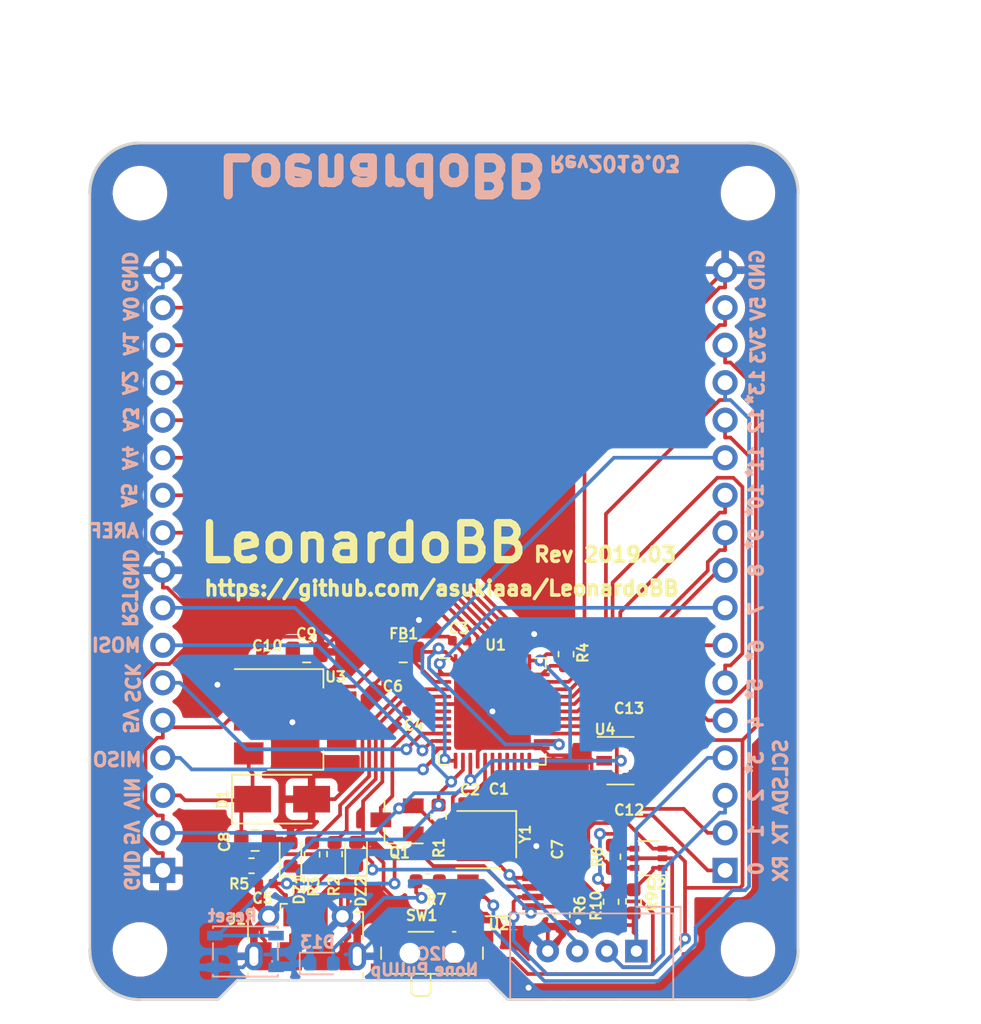
<source format=kicad_pcb>
(kicad_pcb (version 20221018) (generator pcbnew)
  (layers (0 "F.Cu" signal) (31 "B.Cu" signal) (34 "B.Paste" user) (35 "F.Paste" user) (36 "B.SilkS" user "B.Silkscreen") (37 "F.SilkS" user "F.Silkscreen") (38 "B.Mask" user) (39 "F.Mask" user) (44 "Edge.Cuts" user))
  (net 0 "")
  (net 1 "Net-(C1-Pad1)")
  (net 2 "GND")
  (net 3 "Net-(C2-Pad1)")
  (net 4 "AREF")
  (net 5 "Net-(C4-Pad1)")
  (net 6 "VBUS")
  (net 7 "Net-(C6-Pad1)")
  (net 8 "+5V")
  (net 9 "RAW")
  (net 10 "Net-(C12-Pad1)")
  (net 11 "+3V3")
  (net 12 "Net-(D2-Pad2)")
  (net 13 "Net-(DZ1-Pad1)")
  (net 14 "Net-(DZ2-Pad1)")
  (net 15 "Net-(J1-Pad4)")
  (net 16 "D0_RX")
  (net 17 "D1_TX")
  (net 18 "D2_SDA")
  (net 19 "D3_SCL")
  (net 20 "D4")
  (net 21 "D5_PWM")
  (net 22 "D6_PWM")
  (net 23 "D7")
  (net 24 "D8")
  (net 25 "D9_PWM")
  (net 26 "D10_PWM")
  (net 27 "D11_PWM")
  (net 28 "D12")
  (net 29 "D13_PWM")
  (net 30 "RESET")
  (net 31 "MOSI")
  (net 32 "SCK")
  (net 33 "MISO")
  (net 34 "A5")
  (net 35 "A4")
  (net 36 "A3")
  (net 37 "A2")
  (net 38 "A1")
  (net 39 "A0")
  (net 40 "Net-(Q1-Pad1)")
  (net 41 "Net-(Q2-Pad1)")
  (net 42 "Net-(Q2-Pad2)")
  (net 43 "Net-(Q2-Pad4)")
  (net 44 "D+")
  (net 45 "D-")
  (net 46 "Net-(R4-Pad1)")
  (net 47 "Net-(R5-Pad2)")
  (net 48 "Net-(R7-Pad1)")
  (net 49 "Net-(SW1-Pad3)")
  (net 50 "Net-(U1-Pad8)")
  (net 51 "Net-(U1-Pad22)")
  (footprint "Capacitor_SMD:C_0402_1005Metric" (layer "F.Cu") (at 147.724 114.618)
    (fp_text reference "C1")
    (fp_text value "22p")
  )
  (footprint "Capacitor_SMD:C_0402_1005Metric" (layer "F.Cu") (at 145.756 114.618 180)
    (fp_text reference "C2")
    (fp_text value "22p")
  )
  (footprint "Capacitor_SMD:C_0402_1005Metric" (layer "F.Cu") (at 145.057 103.696 180)
    (fp_text reference "C3")
    (fp_text value "100n")
  )
  (footprint "Capacitor_SMD:C_0402_1005Metric" (layer "F.Cu") (at 141.963 108.458 180)
    (fp_text reference "C4")
    (fp_text value "1u")
  )
  (footprint "Capacitor_SMD:C_0402_1005Metric" (layer "F.Cu") (at 131.93 120.142 180)
    (fp_text reference "C5")
    (fp_text value "100n")
  )
  (footprint "Capacitor_SMD:C_0402_1005Metric" (layer "F.Cu") (at 140.502 105.918 180)
    (fp_text reference "C6")
    (fp_text value "1u")
  )
  (footprint "Capacitor_SMD:C_0402_1005Metric" (layer "F.Cu") (at 151.638 119.4665 90)
    (fp_text reference "C7")
    (fp_text value "100n")
  )
  (footprint "Capacitor_SMD:C_0805_2012Metric" (layer "F.Cu") (at 131.206 117.221)
    (fp_text reference "C8")
    (fp_text value "10u")
  )
  (footprint "Capacitor_SMD:C_0402_1005Metric" (layer "F.Cu") (at 132.016 104.966 180)
    (fp_text reference "C10")
    (fp_text value "1u")
  )
  (footprint "Capacitor_SMD:C_0402_1005Metric" (layer "F.Cu") (at 156.55 114.173 180)
    (fp_text reference "C12")
    (fp_text value "10n")
  )
  (footprint "Capacitor_SMD:C_0402_1005Metric" (layer "F.Cu") (at 156.568 109.284 180)
    (fp_text reference "C13")
    (fp_text value "2.2u")
  )
  (footprint "Diode_SMD:D_SMA" (layer "F.Cu") (at 133.032 114.427)
    (fp_text reference "D1")
    (fp_text value "D")
  )
  (footprint "Diode_SMD:D_0603_1608Metric" (layer "F.Cu") (at 133.604 118.174 90)
    (fp_text reference "DZ1")
    (fp_text value "CG0603MLC-05E")
  )
  (footprint "Diode_SMD:D_0603_1608Metric" (layer "F.Cu") (at 138.049 118.136 90)
    (fp_text reference "DZ2")
    (fp_text value "CG0603MLC-05E")
  )
  (footprint "Capacitor_SMD:C_0805_2012Metric" (layer "F.Cu") (at 141.239 104.458 180)
    (fp_text reference "FB1")
    (fp_text value "MH2029-300Y")
  )
  (footprint "Package_TO_SOT_SMD:SuperSOT-3" (layer "F.Cu") (at 140.822 115.826 180)
    (fp_text reference "Q1")
    (fp_text value "Q_PMOS_GSD")
  )
  (footprint "Package_TO_SOT_SMD:SOT-363_SC-70-6" (layer "F.Cu") (at 157.861 118.428 180)
    (fp_text reference "Q2")
    (fp_text value "Q_DUAL_PMOS_S1G1D2S2G2D1")
  )
  (footprint "Resistor_SMD:R_0603_1608Metric" (layer "F.Cu") (at 143.637 115.608 90)
    (fp_text reference "R1")
    (fp_text value "10k")
  )
  (footprint "Resistor_SMD:R_0603_1608Metric" (layer "F.Cu") (at 136.588 118.148 -90)
    (fp_text reference "R2")
    (fp_text value "22")
  )
  (footprint "Resistor_SMD:R_0603_1608Metric" (layer "F.Cu") (at 135.064 118.174 90)
    (fp_text reference "R3")
    (fp_text value "22")
  )
  (footprint "Resistor_SMD:R_0603_1608Metric" (layer "F.Cu") (at 152.273 104.61 90)
    (fp_text reference "R4")
    (fp_text value "10k")
  )
  (footprint "Resistor_SMD:R_0603_1608Metric" (layer "F.Cu") (at 130.962 118.936)
    (fp_text reference "R5")
    (fp_text value "10k")
  )
  (footprint "Resistor_SMD:R_0603_1608Metric" (layer "F.Cu") (at 152.019 122.263 -90)
    (fp_text reference "R6")
    (fp_text value "10k")
  )
  (footprint "Resistor_SMD:R_0603_1608Metric" (layer "F.Cu") (at 142.9003 119.9896 180)
    (fp_text reference "R7")
    (fp_text value "1k")
  )
  (footprint "Resistor_SMD:R_0603_1608Metric" (layer "F.Cu") (at 155.448 118.326 90)
    (fp_text reference "R8")
    (fp_text value "10k")
  )
  (footprint "Resistor_SMD:R_0603_1608Metric" (layer "F.Cu") (at 156.845 121.348 90)
    (fp_text reference "R9")
    (fp_text value "10k")
  )
  (footprint "Resistor_SMD:R_0603_1608Metric" (layer "F.Cu") (at 155.321 121.374 90)
    (fp_text reference "R10")
    (fp_text value "10k")
  )
  (footprint "Button_Switch_SMD:SW_SPDT_PCM12" (layer "F.Cu") (at 143.192 124.524)
    (fp_text reference "SW1")
    (fp_text value "SW_SPDT")
  )
  (footprint "Package_DFN_QFN:QFN-44-1EP_7x7mm_P0.5mm_EP5.2x5.2mm" (layer "F.Cu") (at 147.286 108.486)
    (fp_text reference "U1")
    (fp_text value "ATmega32U4-MU")
  )
  (footprint "Package_TO_SOT_SMD:SOT-223-3_TabPin2" (layer "F.Cu") (at 133.922 109.03)
    (fp_text reference "U3")
    (fp_text value "NCP1117-5.0_SOT223")
  )
  (footprint "Package_TO_SOT_SMD:SOT-23-5" (layer "F.Cu") (at 155.956 111.824)
    (fp_text reference "U4")
    (fp_text value "LP2985-3.3")
  )
  (footprint "Crystal:Crystal_SMD_SeikoEpson_TSX3225-4Pin_3.2x2.5mm" (layer "F.Cu") (at 146.896 116.802 180)
    (fp_text reference "Y1")
    (fp_text value "Crystal_GND24")
  )
  (footprint "MountingHole:MountingHole_3.2mm_M3" (layer "F.Cu") (at 123.4 73.4)
    (fp_text reference "REF1" hide)
    (fp_text value "MountingHole_3.2mm_M3")
  )
  (footprint "MountingHole:MountingHole_3.2mm_M3" (layer "F.Cu") (at 164.6 73.4)
    (fp_text reference "REF2" hide)
    (fp_text value "MountingHole_3.2mm_M3")
  )
  (footprint "MountingHole:MountingHole_3.2mm_M3" (layer "F.Cu") (at 123.4 124.6)
    (fp_text reference "REF3" hide)
    (fp_text value "MountingHole_3.2mm_M3")
  )
  (footprint "MountingHole:MountingHole_3.2mm_M3" (layer "F.Cu") (at 164.6 124.6)
    (fp_text reference "REF4" hide)
    (fp_text value "MountingHole_3.2mm_M3")
  )
  (footprint "Capacitor_SMD:C_0805_2012Metric" (layer "F.Cu") (at 134.698 104.458)
    (fp_text reference "C9")
    (fp_text value "10u")
  )
  (footprint "Connector_USB:USB_Micro-B_Molex-105017-0001" (layer "F.Cu") (at 134.62 123.825)
    (fp_text reference "J1")
    (fp_text value "USB_B_Micro")
  )
  (footprint "Package_SO:VSSOP-8_3.0x3.0mm_P0.65mm" (layer "F.Cu") (at 147.828 120.7262)
    (fp_text reference "U2")
    (fp_text value "LMV358")
  )
  (footprint "LED_SMD:LED_0603_1608Metric" (layer "B.Cu") (at 135.7122 125.5522)
    (fp_text reference "D2" hide)
    (fp_text value "LED" hide)
  )
  (footprint "Connector:NS-Tech_Grove_1x04_P2mm_Vertical" (layer "B.Cu") (at 157.035 124.714 90)
    (fp_text reference "J4" hide)
    (fp_text value "I2C")
  )
  (footprint "Footprints:PinSocket_1x17_P2.54mm_Vertical_without_silk" (layer "B.Cu") (at 163.05 119.25)
    (fp_text reference "J2" hide)
    (fp_text value "Conn_01x17")
  )
  (footprint "Footprints:PinSocket_1x17_P2.54mm_Vertical_without_silk" (layer "B.Cu") (at 124.95 119.25)
    (fp_text reference "J3" hide)
    (fp_text value "Conn_01x17")
  )
  (footprint "Button_Switch_SMD:SW_SPST_PTS810" (layer "B.Cu") (at 130.5482 124.7394 180)
    (fp_text reference "SW2" hide)
    (fp_text value "SW_Push")
  )
  (gr_line (start 123.4 128) (end 128.7 128) (stroke (width 0.15)) (layer "Edge.Cuts"))
  (gr_arc (start 123.4 128) (mid 120.995837 127.004163) (end 120 124.6) (stroke (width 0.2)) (layer "Edge.Cuts"))
  (gr_line (start 120 73.4) (end 120 124.6) (stroke (width 0.15)) (layer "Edge.Cuts"))
  (gr_arc (start 168 124.6) (mid 167.004163 127.004163) (end 164.6 128) (stroke (width 0.2)) (layer "Edge.Cuts"))
  (gr_arc (start 120 73.4) (mid 120.995837 70.995837) (end 123.4 70) (stroke (width 0.2)) (layer "Edge.Cuts"))
  (gr_line (start 168 124.6) (end 168 73.4) (stroke (width 0.15)) (layer "Edge.Cuts"))
  (gr_line (start 148.3 128) (end 164.6 128) (stroke (width 0.15)) (layer "Edge.Cuts"))
  (gr_arc (start 164.6 70) (mid 167.004163 70.995837) (end 168 73.4) (stroke (width 0.2)) (layer "Edge.Cuts"))
  (gr_line (start 128.7 128) (end 130 126.7) (stroke (width 0.15)) (layer "Edge.Cuts"))
  (gr_line (start 164.6 70) (end 123.4 70) (stroke (width 0.15)) (layer "Edge.Cuts"))
  (gr_line (start 130 126.7) (end 147 126.7) (stroke (width 0.15)) (layer "Edge.Cuts"))
  (gr_line (start 147 126.7) (end 148.3 128) (stroke (width 0.15)) (layer "Edge.Cuts"))
  (gr_text "*" (at 164.9476 112.3696 90) (layer "B.SilkS") (effects (font (size 0.9 0.9) (thickness 0.225)) (justify mirror)))
  (gr_text "A0" (at 122.7455 81.2165 270) (layer "B.SilkS") (effects (font (size 0.9 0.9) (thickness 0.225)) (justify mirror)))
  (gr_text "GND" (at 165.227 78.613 90) (layer "B.SilkS") (effects (font (size 0.9 0.9) (thickness 0.225)) (justify mirror)))
  (gr_text "0" (at 165.1635 119.126 90) (layer "B.SilkS") (effects (font (size 0.9 0.9) (thickness 0.225)) (justify mirror)))
  (gr_text "*" (at 164.973 107.3658 90) (layer "B.SilkS") (effects (font (size 0.9 0.9) (thickness 0.225)) (justify mirror)))
  (gr_text "*" (at 164.9476 97.2058 90) (layer "B.SilkS") (effects (font (size 0.9 0.9) (thickness 0.225)) (justify mirror)))
  (gr_text "A1" (at 122.7455 83.566 270) (layer "B.SilkS") (effects (font (size 0.9 0.9) (thickness 0.225)) (justify mirror)))
  (gr_text "SCL" (at 166.8145 111.633 90) (layer "B.SilkS") (effects (font (size 0.9 0.9) (thickness 0.225)) (justify mirror)))
  (gr_text "10" (at 165.1635 93.9165 90) (layer "B.SilkS") (effects (font (size 0.9 0.9) (thickness 0.225)) (justify mirror)))
  (gr_text "*" (at 164.973 87.376 90) (layer "B.SilkS") (effects (font (size 0.9 0.9) (thickness 0.225)) (justify mirror)))
  (gr_text "Reset" (at 129.667 122.3264) (layer "B.SilkS") (effects (font (size 0.8 0.8) (thickness 0.2)) (justify mirror)))
  (gr_text "A5" (at 122.6185 93.853 270) (layer "B.SilkS") (effects (font (size 0.9 0.9) (thickness 0.225)) (justify mirror)))
  (gr_text "*" (at 164.973 94.9706 90) (layer "B.SilkS") (effects (font (size 0.9 0.9) (thickness 0.225)) (justify mirror)))
  (gr_text "RST" (at 122.682 101.5365 270) (layer "B.SilkS") (effects (font (size 0.9 0.9) (thickness 0.225)) (justify mirror)))
  (gr_text "I2C" (at 143.1925 124.9045) (layer "B.SilkS") (effects (font (size 0.8 0.8) (thickness 0.2)) (justify mirror)))
  (gr_text "LoenardoBB" (at 139.8016 72.136 180) (layer "B.SilkS") (effects (font (size 2.5 2.5) (thickness 0.625)) (justify mirror)))
  (gr_text "5V" (at 122.809 116.713 270) (layer "B.SilkS") (effects (font (size 0.9 0.9) (thickness 0.225)) (justify mirror)))
  (gr_text "11" (at 165.1635 91.3765 90) (layer "B.SilkS") (effects (font (size 0.9 0.9) (thickness 0.225)) (justify mirror)))
  (gr_text "*" (at 164.973 104.7496 90) (layer "B.SilkS") (effects (font (size 0.9 0.9) (thickness 0.225)) (justify mirror)))
  (gr_text "3" (at 165.1635 111.633 90) (layer "B.SilkS") (effects (font (size 0.9 0.9) (thickness 0.225)) (justify mirror)))
  (gr_text "Rev2019.03" (at 155.575 71.374 180) (layer "B.SilkS") (effects (font (size 1 1) (thickness 0.25)) (justify mirror)))
  (gr_text "13" (at 165.227 86.233 90) (layer "B.SilkS") (effects (font (size 0.9 0.9) (thickness 0.225)) (justify mirror)))
  (gr_text "D13" (at 135.4328 124.1044) (layer "B.SilkS") (effects (font (size 0.8 0.8) (thickness 0.2)) (justify mirror)))
  (gr_text "A4" (at 122.682 91.313 270) (layer "B.SilkS") (effects (font (size 0.9 0.9) (thickness 0.225)) (justify mirror)))
  (gr_text "AREF" (at 121.666 96.266) (layer "B.SilkS") (effects (font (size 0.9 0.9) (thickness 0.225)) (justify mirror)))
  (gr_text "MOSI" (at 121.793 104.013) (layer "B.SilkS") (effects (font (size 0.9 0.9) (thickness 0.225)) (justify mirror)))
  (gr_text "9" (at 165.1635 96.52 90) (layer "B.SilkS") (effects (font (size 0.9 0.9) (thickness 0.225)) (justify mirror)))
  (gr_text "A3" (at 122.7455 88.7095 270) (layer "B.SilkS") (effects (font (size 0.9 0.9) (thickness 0.225)) (justify mirror)))
  (gr_text "RX" (at 166.8145 119.126 90) (layer "B.SilkS") (effects (font (size 0.9 0.9) (thickness 0.225)) (justify mirror)))
  (gr_text "PullUp" (at 140.9954 125.984) (layer "B.SilkS") (effects (font (size 0.8 0.8) (thickness 0.2)) (justify mirror)))
  (gr_text "5" (at 165.1 106.68 90) (layer "B.SilkS") (effects (font (size 0.9 0.9) (thickness 0.225)) (justify mirror)))
  (gr_text "GND" (at 122.682 78.74 270) (layer "B.SilkS") (effects (font (size 0.9 0.9) (thickness 0.225)) (justify mirror)))
  (gr_text "SCK" (at 122.8725 106.553 270) (layer "B.SilkS") (effects (font (size 0.9 0.9) (thickness 0.225)) (justify mirror)))
  (gr_text "None" (at 144.8308 125.984) (layer "B.SilkS") (effects (font (size 0.8 0.8) (thickness 0.2)) (justify mirror)))
  (gr_text "2" (at 165.1635 114.173 90) (layer "B.SilkS") (effects (font (size 0.9 0.9) (thickness 0.225)) (justify mirror)))
  (gr_text "TX" (at 166.8145 116.713 90) (layer "B.SilkS") (effects (font (size 0.9 0.9) (thickness 0.225)) (justify mirror)))
  (gr_text "A2" (at 122.682 86.233 270) (layer "B.SilkS") (effects (font (size 0.9 0.9) (thickness 0.225)) (justify mirror)))
  (gr_text "*" (at 164.973 92.3036 90) (layer "B.SilkS") (effects (font (size 0.9 0.9) (thickness 0.225)) (justify mirror)))
  (gr_text "MISO" (at 121.8565 111.76) (layer "B.SilkS") (effects (font (size 0.9 0.9) (thickness 0.225)) (justify mirror)))
  (gr_text "3V3" (at 165.2905 83.693 90) (layer "B.SilkS") (effects (font (size 0.9 0.9) (thickness 0.225)) (justify mirror)))
  (gr_text "GND" (at 122.7455 98.8695 270) (layer "B.SilkS") (effects (font (size 0.9 0.9) (thickness 0.225)) (justify mirror)))
  (gr_text "12" (at 165.1635 88.8365 90) (layer "B.SilkS") (effects (font (size 0.9 0.9) (thickness 0.225)) (justify mirror)))
  (gr_text "8" (at 165.1635 98.933 90) (layer "B.SilkS") (effects (font (size 0.9 0.9) (thickness 0.225)) (justify mirror)))
  (gr_text "5V" (at 122.7455 109.1565 270) (layer "B.SilkS") (effects (font (size 0.9 0.9) (thickness 0.225)) (justify mirror)))
  (gr_text "1" (at 165.1635 116.586 90) (layer "B.SilkS") (effects (font (size 0.9 0.9) (thickness 0.225)) (justify mirror)))
  (gr_text "5V" (at 165.2905 81.2165 90) (layer "B.SilkS") (effects (font (size 0.9 0.9) (thickness 0.225)) (justify mirror)))
  (gr_text "GND" (at 122.809 119.253 270) (layer "B.SilkS") (effects (font (size 0.9 0.9) (thickness 0.225)) (justify mirror)))
  (gr_text "VIN" (at 122.809 114.046 270) (layer "B.SilkS") (effects (font (size 0.9 0.9) (thickness 0.225)) (justify mirror)))
  (gr_text "6" (at 165.1635 104.0765 90) (layer "B.SilkS") (effects (font (size 0.9 0.9) (thickness 0.225)) (justify mirror)))
  (gr_text "7" (at 165.1635 101.5365 90) (layer "B.SilkS") (effects (font (size 0.9 0.9) (thickness 0.225)) (justify mirror)))
  (gr_text "4" (at 165.1635 109.22 90) (layer "B.SilkS") (effects (font (size 0.9 0.9) (thickness 0.225)) (justify mirror)))
  (gr_text "SDA" (at 166.8145 114.173 90) (layer "B.SilkS") (effects (font (size 0.9 0.9) (thickness 0.225)) (justify mirror)))
  (gr_text "LeonardoBB" (at 138.5316 97.0788) (layer "F.SilkS") (effects (font (size 2.5 2.5) (thickness 0.5))))
  (gr_text "Rev 2019.03" (at 154.9146 97.8662) (layer "F.SilkS") (effects (font (size 1 1) (thickness 0.25))))
  (gr_text "https://github.com/asukiaaa/LeonardoBB" (at 143.8402 100.1522) (layer "F.SilkS") (effects (font (size 1 1) (thickness 0.25))))
  (segment (start 147.286 114.571) (end 147.286 111.8235) (width 0.25) (layer "F.Cu") (net 1))
  (segment (start 147.996 116.002) (end 147.239 115.245) (width 0.25) (layer "F.Cu") (net 1))
  (segment (start 147.239 115.245) (end 147.239 114.618) (width 0.25) (layer "F.Cu") (net 1))
  (segment (start 147.239 114.618) (end 147.286 114.571) (width 0.25) (layer "F.Cu") (net 1))
  (segment (start 152.273 103.8225) (end 152.273 90.195) (width 0.25) (layer "F.Cu") (net 2))
  (segment (start 131.645 123.79) (end 131.865 124.01) (width 0.25) (layer "F.Cu") (net 2))
  (segment (start 145.796 116.002) (end 146.8213 116.002) (width 0.25) (layer "F.Cu") (net 2))
  (segment (start 137.595 123.26) (end 137.595 123.1153) (width 0.25) (layer "F.Cu") (net 2))
  (segment (start 130.962 118.4025) (end 132.1435 117.221) (width 0.25) (layer "F.Cu") (net 2))
  (segment (start 136.4905 121.0267) (end 136.6525 120.8647) (width 0.25) (layer "F.Cu") (net 2))
  (segment (start 145.286 107.986) (end 143.9485 107.986) (width 0.25) (layer "F.Cu") (net 2))
  (segment (start 137.345 124.4199) (end 137.345 124.01) (width 0.25) (layer "F.Cu") (net 2))
  (segment (start 140.017 105.918) (end 138.4772 107.4578) (width 0.25) (layer "F.Cu") (net 2))
  (segment (start 145.271 115.477) (end 145.271 114.618) (width 0.25) (layer "F.Cu") (net 2))
  (segment (start 124.95 100.1053) (end 125.2476 100.1053) (width 0.25) (layer "F.Cu") (net 2))
  (segment (start 145.796 116.002) (end 145.271 115.477) (width 0.25) (layer "F.Cu") (net 2))
  (segment (start 130.962 119.7379) (end 130.962 118.4025) (width 0.25) (layer "F.Cu") (net 2))
  (segment (start 147.8267 123.1265) (end 146.8764 122.1762) (width 0.25) (layer "F.Cu") (net 2))
  (segment (start 137.015 121.94) (end 137.495 121.94) (width 0.25) (layer "F.Cu") (net 2))
  (segment (start 138.4772 107.4578) (end 138.4772 112.5571) (width 0.25) (layer "F.Cu") (net 2))
  (segment (start 131.765 120.462) (end 131.445 120.142) (width 0.25) (layer "F.Cu") (net 2))
  (segment (start 147.996 117.602) (end 149.0213 117.602) (width 0.25) (layer "F.Cu") (net 2))
  (segment (start 145.286 105.1485) (end 145.286 104.5018) (width 0.25) (layer "F.Cu") (net 2))
  (segment (start 126.6132 119.7379) (end 126.1253 119.25) (width 0.25) (layer "F.Cu") (net 2))
  (segment (start 137.495 122.4776) (end 137.495 123.0153) (width 0.25) (layer "F.Cu") (net 2))
  (segment (start 154.0007 111.824) (end 154.0007 113.2404) (width 0.25) (layer "F.Cu") (net 2))
  (segment (start 141.478 108.458) (end 139.8281 110.1079) (width 0.25) (layer "F.Cu") (net 2))
  (segment (start 131.531 104.966) (end 131.531 104.9309) (width 0.25) (layer "F.Cu") (net 2))
  (segment (start 131.745 121.96) (end 131.745 123.0353) (width 0.25) (layer "F.Cu") (net 2))
  (segment (start 137.325 124.94) (end 136.8249 124.94) (width 0.25) (layer "F.Cu") (net 2))
  (segment (start 146.9707 116.1514) (end 146.8213 116.002) (width 0.25) (layer "F.Cu") (net 2))
  (segment (start 151.0944 111.4569) (end 150.6235 110.986) (width 0.25) (layer "F.Cu") (net 2))
  (segment (start 151.003 123.1265) (end 147.8267 123.1265) (width 0.25) (layer "F.Cu") (net 2))
  (segment (start 132.175 121.94) (end 131.765 121.94) (width 0.25) (layer "F.Cu") (net 2))
  (segment (start 133.1353 125.21) (end 132.8653 124.94) (width 0.25) (layer "F.Cu") (net 2))
  (segment (start 124.95 119.25) (end 126.1253 119.25) (width 0.25) (layer "F.Cu") (net 2))
  (segment (start 155.1208 109.284) (end 156.083 109.284) (width 0.25) (layer "F.Cu") (net 2))
  (segment (start 131.445 120.142) (end 131.0409 119.7379) (width 0.25) (layer "F.Cu") (net 2))
  (segment (start 136.8249 124.94) (end 136.3247 124.94) (width 0.25) (layer "F.Cu") (net 2))
  (segment (start 152.273 103.8225) (end 150.0238 103.8225) (width 0.25) (layer "F.Cu") (net 2))
  (segment (start 150.114 91.546) (end 150.114 103.251) (width 0.25) (layer "F.Cu") (net 2))
  (segment (start 135.032 114.427) (end 135.032 110.521) (width 0.25) (layer "F.Cu") (net 2))
  (segment (start 135.895 122.06) (end 135.895 120.9097) (width 0.25) (layer "F.Cu") (net 2))
  (segment (start 126.9029 103.766) (end 129.4467 106.3098) (width 0.25) (layer "F.Cu") (net 2))
  (segment (start 125.3889 105.28) (end 126.9029 103.766) (width 0.25) (layer "F.Cu") (net 2))
  (segment (start 134.6092 103.4317) (end 135.6355 104.458) (width 0.25) (layer "F.Cu") (net 2))
  (segment (start 146.8764 122.1762) (end 146.603 122.1762) (width 0.25) (layer "F.Cu") (net 2))
  (segment (start 135.032 110.521) (end 133.731 109.22) (width 0.25) (layer "F.Cu") (net 2))
  (segment (start 152.7175 123.1265) (end 153.0985 122.7455) (width 0.25) (layer "F.Cu") (net 2))
  (segment (start 152.273 90.195) (end 162.6827 79.7853) (width 0.25) (layer "F.Cu") (net 2))
  (segment (start 131.645 123.26) (end 131.645 123.79) (width 0.25) (layer "F.Cu") (net 2))
  (segment (start 146.603 122.1762) (end 146.128 121.7012) (width 0.25) (layer "F.Cu") (net 2))
  (segment (start 131.645 123.1353) (end 131.645 123.26) (width 0.25) (layer "F.Cu") (net 2))
  (segment (start 149.0213 117.602) (end 150.2585 117.602) (width 0.25) (layer "F.Cu") (net 2))
  (segment (start 124.95 119.25) (end 124.95 118.0747) (width 0.25) (layer "F.Cu") (net 2))
  (segment (start 135.032 114.427) (end 136.6073 114.427) (width 0.25) (layer "F.Cu") (net 2))
  (segment (start 146.286 111.8235) (end 146.286 111.1985) (width 0.25) (layer "F.Cu") (net 2))
  (segment (start 144.572 103.696) (end 144.2983 103.4223) (width 0.25) (layer "F.Cu") (net 2))
  (segment (start 136.0547 125.21) (end 135.555 125.21) (width 0.25) (layer "F.Cu") (net 2))
  (segment (start 136.7785 104.458) (end 138.938 102.2985) (width 0.25) (layer "F.Cu") (net 2))
  (segment (start 144.2983 103.4223) (end 136.6712 103.4223) (width 0.25) (layer "F.Cu") (net 2))
  (segment (start 136.3871 121.0267) (end 136.4905 121.0267) (width 0.25) (layer "F.Cu") (net 2))
  (segment (start 144.572 103.7878) (end 144.572 103.696) (width 0.25) (layer "F.Cu") (net 2))
  (segment (start 147.286 108.486) (end 149.286 106.486) (width 0.25) (layer "F.Cu") (net 2))
  (segment (start 139.8281 113.2514) (end 138.5192 114.5603) (width 0.25) (layer "F.Cu") (net 2))
  (segment (start 135.895 120.9097) (end 136.2701 120.9097) (width 0.25) (layer "F.Cu") (net 2))
  (segment (start 144.2595 121.7012) (end 145.628 121.7012) (width 0.25) (layer "F.Cu") (net 2))
  (segment (start 131.865 124.01) (end 131.865 124.94) (width 0.25) (layer "F.Cu") (net 2))
  (segment (start 124.4924 105.28) (end 125.3889 105.28) (width 0.25) (layer "F.Cu") (net 2))
  (segment (start 137.345 124.01) (end 137.595 123.76) (width 0.25) (layer "F.Cu") (net 2))
  (segment (start 149.286 106.486) (end 149.286 105.1485) (width 0.25) (layer "F.Cu") (net 2))
  (segment (start 125.2476 100.1053) (end 126.9029 101.7606) (width 0.25) (layer "F.Cu") (net 2))
  (segment (start 145.286 104.5018) (end 144.572 103.7878) (width 0.25) (layer "F.Cu") (net 2))
  (segment (start 130.772 106.73) (end 130.772 105.6547) (width 0.25) (layer "F.Cu") (net 2))
  (segment (start 141.4944 122.0186) (end 143.942 122.0186) (width 0.25) (layer "F.Cu") (net 2))
  (segment (start 149.286 104.5603) (end 149.286 105.1485) (width 0.25) (layer "F.Cu") (net 2))
  (segment (start 137.015 121.94) (end 137.015 120.8647) (width 0.25) (layer "F.Cu") (net 2))
  (segment (start 154.9333 114.173) (end 156.065 114.173) (width 0.25) (layer "F.Cu") (net 2))
  (segment (start 133.604 117.0803) (end 135.032 115.6523) (width 0.25) (layer "F.Cu") (net 2))
  (segment (start 149.0213 115.23) (end 148.4093 114.618) (width 0.25) (layer "F.Cu") (net 2))
  (segment (start 136.2701 120.9097) (end 136.3871 121.0267) (width 0.25) (layer "F.Cu") (net 2))
  (segment (start 137.495 120.8647) (end 139.4709 120.8647) (width 0.25) (layer "F.Cu") (net 2))
  (segment (start 137.595 123.1153) (end 137.495 123.0153) (width 0.25) (layer "F.Cu") (net 2))
  (segment (start 138.4772 112.5571) (end 136.6073 114.427) (width 0.25) (layer "F.Cu") (net 2))
  (segment (start 153.8824 111.4569) (end 153.8824 111.7057) (width 0.25) (layer "F.Cu") (net 2))
  (segment (start 139.4709 120.8647) (end 139.9057 120.4299) (width 0.25) (layer "F.Cu") (net 2))
  (segment (start 136.8249 124.94) (end 137.345 124.4199) (width 0.25) (layer "F.Cu") (net 2))
  (segment (start 130.772 106.73) (end 129.4467 106.73) (width 0.25) (layer "F.Cu") (net 2))
  (segment (start 146.286 111.1985) (end 146.536 110.9485) (width 0.25) (layer "F.Cu") (net 2))
  (segment (start 138.938 102.2985) (end 142.3035 102.2985) (width 0.25) (layer "F.Cu") (net 2))
  (segment (start 131.865 124.94) (end 132.8653 124.94) (width 0.25) (layer "F.Cu") (net 2))
  (segment (start 137.595 123.76) (end 137.595 123.26) (width 0.25) (layer "F.Cu") (net 2))
  (segment (start 133.635 125.21) (end 133.1353 125.21) (width 0.25) (layer "F.Cu") (net 2))
  (segment (start 138.5192 117.3485) (end 138.049 117.3485) (width 0.25) (layer "F.Cu") (net 2))
  (segment (start 146.536 109.236) (end 147.286 108.486) (width 0.25) (layer "F.Cu") (net 2))
  (segment (start 153.8824 111.7057) (end 154.0007 111.824) (width 0.25) (layer "F.Cu") (net 2))
  (segment (start 139.9057 120.4299) (end 139.9057 118.735) (width 0.25) (layer "F.Cu") (net 2))
  (segment (start 163.05 78.61) (end 150.114 91.546) (width 0.25) (layer "F.Cu") (net 2))
  (segment (start 147.4834 117.602) (end 146.9707 117.602) (width 0.25) (layer "F.Cu") (net 2))
  (segment (start 133.0302 103.4317) (end 134.6092 103.4317) (width 0.25) (layer "F.Cu") (net 2))
  (segment (start 135.555 123.6347) (end 133.635 123.6347) (width 0.25) (layer "F.Cu") (net 2))
  (segment (start 154.0007 113.2404) (end 154.9333 114.173) (width 0.25) (layer "F.Cu") (net 2))
  (segment (start 131.4607 104.966) (end 130.772 105.6547) (width 0.25) (layer "F.Cu") (net 2))
  (segment (start 153.8824 111.4569) (end 153.8824 110.5224) (width 0.25) (layer "F.Cu") (net 2))
  (segment (start 151.035 123.1585) (end 151.003 123.1265) (width 0.25) (layer "F.Cu") (net 2))
  (segment (start 131.531 104.966) (end 131.4607 104.966) (width 0.25) (layer "F.Cu") (net 2))
  (segment (start 151.638 118.9815) (end 150.2585 117.602) (width 0.25) (layer "F.Cu") (net 2))
  (segment (start 154.856 111.824) (end 154.0007 111.824) (width 0.25) (layer "F.Cu") (net 2))
  (segment (start 126.9029 101.7606) (end 126.9029 103.766) (width 0.25) (layer "F.Cu") (net 2))
  (segment (start 150.0238 103.8225) (end 149.286 104.5603) (width 0.25) (layer "F.Cu") (net 2))
  (segment (start 123.3117 106.4607) (end 124.4924 105.28) (width 0.25) (layer "F.Cu") (net 2))
  (segment (start 149.0213 117.602) (end 149.0213 115.23) (width 0.25) (layer "F.Cu") (net 2))
  (segment (start 138.5192 114.5603) (end 138.5192 117.3485) (width 0.25) (layer "F.Cu") (net 2))
  (segment (start 151.035 124.714) (end 151.035 123.1585) (width 0.25) (layer "F.Cu") (net 2))
  (segment (start 136.6712 103.4223) (end 135.6355 104.458) (width 0.25) (layer "F.Cu") (net 2))
  (segment (start 124.95 118.0747) (end 124.5827 118.0747) (width 0.25) (layer "F.Cu") (net 2))
  (segment (start 162.6827 79.7853) (end 163.05 79.7853) (width 0.25) (layer "F.Cu") (net 2))
  (segment (start 139.9057 118.735) (end 138.5192 117.3485) (width 0.25) (layer "F.Cu") (net 2))
  (segment (start 153.8824 111.4569) (end 151.0944 111.4569) (width 0.25) (layer "F.Cu") (net 2))
  (segment (start 133.604 117.221) (end 132.1435 117.221) (width 0.25) (layer "F.Cu") (net 2))
  (segment (start 146.536 110.9485) (end 150.586 110.9485) (width 0.25) (layer "F.Cu") (net 2))
  (segment (start 135.555 125.21) (end 135.555 123.6347) (width 0.25) (layer "F.Cu") (net 2))
  (segment (start 131.765 121.94) (end 131.765 120.462) (width 0.25) (layer "F.Cu") (net 2))
  (segment (start 143.942 122.0187) (end 143.942 122.0186) (width 0.25) (layer "F.Cu") (net 2))
  (segment (start 143.942 122.0187) (end 144.2595 121.7012) (width 0.25) (layer "F.Cu") (net 2))
  (segment (start 143.942 123.094) (end 143.942 122.0187) (width 0.25) (layer "F.Cu") (net 2))
  (segment (start 148.4093 114.618) (end 148.209 114.618) (width 0.25) (layer "F.Cu") (net 2))
  (segment (start 139.9057 120.4299) (end 141.4944 122.0186) (width 0.25) (layer "F.Cu") (net 2))
  (segment (start 131.745 123.0353) (end 131.645 123.1353) (width 0.25) (layer "F.Cu") (net 2))
  (segment (start 163.05 78.61) (end 163.05 79.7853) (width 0.25) (layer "F.Cu") (net 2))
  (segment (start 133.604 117.3865) (end 133.604 117.221) (width 0.25) (layer "F.Cu") (net 2))
  (segment (start 136.3247 124.94) (end 136.0547 125.21) (width 0.25) (layer "F.Cu") (net 2))
  (segment (start 129.4467 106.3098) (end 129.4467 106.73) (width 0.25) (layer "F.Cu") (net 2))
  (segment (start 133.635 125.21) (end 133.635 123.6347) (width 0.25) (layer "F.Cu") (net 2))
  (segment (start 147.4834 117.602) (end 147.996 117.602) (width 0.25) (layer "F.Cu") (net 2))
  (segment (start 131.531 104.9309) (end 133.0302 103.4317) (width 0.25) (layer "F.Cu") (net 2))
  (segment (start 131.765 121.94) (end 131.745 121.96) (width 0.25) (layer "F.Cu") (net 2))
  (segment (start 130.962 119.7379) (end 126.6132 119.7379) (width 0.25) (layer "F.Cu") (net 2))
  (segment (start 135.6355 104.458) (end 136.7785 104.458) (width 0.25) (layer "F.Cu") (net 2))
  (segment (start 137.495 122.4776) (end 137.495 121.94) (width 0.25) (layer "F.Cu") (net 2))
  (segment (start 150.586 110.9485) (end 150.6235 110.986) (width 0.25) (layer "F.Cu") (net 2))
  (segment (start 124.95 98.93) (end 124.95 100.1053) (width 0.25) (layer "F.Cu") (net 2))
  (segment (start 133.604 117.221) (end 133.604 117.0803) (width 0.25) (layer "F.Cu") (net 2))
  (segment (start 153.8824 110.5224) (end 155.1208 109.284) (width 0.25) (layer "F.Cu") (net 2))
  (segment (start 146.9707 117.602) (end 146.9707 116.1514) (width 0.25) (layer "F.Cu") (net 2))
  (segment (start 137.495 121.94) (end 137.495 120.8647) (width 0.25) (layer "F.Cu") (net 2))
  (segment (start 146.536 109.236) (end 145.286 107.986) (width 0.25) (layer "F.Cu") (net 2))
  (segment (start 135.032 114.427) (end 135.032 115.6523) (width 0.25) (layer "F.Cu") (net 2))
  (segment (start 124.5827 118.0747) (end 123.3117 116.8037) (width 0.25) (layer "F.Cu") (net 2))
  (segment (start 123.3117 116.8037) (end 123.3117 106.4607) (width 0.25) (layer "F.Cu") (net 2))
  (segment (start 151.003 123.1265) (end 152.7175 123.1265) (width 0.25) (layer "F.Cu") (net 2))
  (segment (start 139.8281 110.1079) (end 139.8281 113.2514) (width 0.25) (layer "F.Cu") (net 2))
  (segment (start 146.128 121.7012) (end 145.628 121.7012) (width 0.25) (layer "F.Cu") (net 2))
  (segment (start 145.286 107.986) (end 145.286 105.1485) (width 0.25) (layer "F.Cu") (net 2))
  (segment (start 136.6525 120.8647) (end 137.015 120.8647) (width 0.25) (layer "F.Cu") (net 2))
  (segment (start 146.536 109.236) (end 146.536 110.9485) (width 0.25) (layer "F.Cu") (net 2))
  (segment (start 131.0409 119.7379) (end 130.962 119.7379) (width 0.25) (layer "F.Cu") (net 2))
  (via (at 150.114 103.251) (size 0.8) (drill 0.4) (layers "F.Cu" "B.Cu") (net 2))
  (via (at 149.733 127.1905) (size 0.8) (drill 0.4) (layers "F.Cu" "B.Cu") (net 2))
  (via (at 153.0985 122.7455) (size 0.8) (drill 0.4) (layers "F.Cu" "B.Cu") (net 2))
  (via (at 150.2585 117.602) (size 0.8) (drill 0.4) (layers "F.Cu" "B.Cu") (net 2))
  (via (at 133.731 109.22) (size 0.8) (drill 0.4) (layers "F.Cu" "B.Cu") (net 2))
  (via (at 128.651 106.68) (size 0.8) (drill 0.4) (layers "F.Cu" "B.Cu") (net 2))
  (via (at 142.3035 102.2985) (size 0.8) (drill 0.4) (layers "F.Cu" "B.Cu") (net 2))
  (via (at 147.286 108.486) (size 0.8) (drill 0.4) (layers "F.Cu" "B.Cu") (net 2))
  (segment (start 133.2705 124.94) (end 133.1722 124.94) (width 0.25) (layer "B.Cu") (net 2))
  (segment (start 124.5827 97.7547) (end 123.7747 96.9467) (width 0.25) (layer "B.Cu") (net 2))
  (segment (start 130.3681 125.8144) (end 131.12 125.0625) (width 0.25) (layer "B.Cu") (net 2))
  (segment (start 132.6232 125.2394) (end 132.9226 124.94) (width 0.25) (layer "B.Cu") (net 2))
  (segment (start 123.7747 80.5932) (end 124.5826 79.7853) (width 0.25) (layer "B.Cu") (net 2))
  (segment (start 133.731 109.22) (end 131.191 106.68) (width 0.25) (layer "B.Cu") (net 2))
  (segment (start 131.191 106.68) (end 128.651 106.68) (width 0.25) (layer "B.Cu") (net 2))
  (segment (start 132.9226 124.94) (end 133.1722 124.94) (width 0.25) (layer "B.Cu") (net 2))
  (segment (start 140.254 122.936) (end 145.4785 122.936) (width 0.25) (layer "B.Cu") (net 2))
  (segment (start 145.4785 122.936) (end 149.733 127.1905) (width 0.25) (layer "B.Cu") (net 2))
  (segment (start 133.1722 124.94) (end 131.865 124.94) (width 0.25) (layer "B.Cu") (net 2))
  (segment (start 124.95 78.61) (end 124.95 79.7853) (width 0.25) (layer "B.Cu") (net 2))
  (segment (start 132.8854 125.5522) (end 132.6232 125.8144) (width 0.25) (layer "B.Cu") (net 2))
  (segment (start 134.9247 125.5522) (end 132.8854 125.5522) (width 0.25) (layer "B.Cu") (net 2))
  (segment (start 137.325 124.94) (end 138.25 124.94) (width 0.25) (layer "B.Cu") (net 2))
  (segment (start 132.6232 125.8144) (end 132.6232 125.2394) (width 0.25) (layer "B.Cu") (net 2))
  (segment (start 124.95 97.7547) (end 124.5827 97.7547) (width 0.25) (layer "B.Cu") (net 2))
  (segment (start 124.95 98.93) (end 124.95 97.7547) (width 0.25) (layer "B.Cu") (net 2))
  (segment (start 123.7747 96.9467) (end 123.7747 80.5932) (width 0.25) (layer "B.Cu") (net 2))
  (segment (start 128.4732 125.8144) (end 130.3681 125.8144) (width 0.25) (layer "B.Cu") (net 2))
  (segment (start 133.8705 125.54) (end 133.2705 124.94) (width 0.25) (layer "B.Cu") (net 2))
  (segment (start 124.5826 79.7853) (end 124.95 79.7853) (width 0.25) (layer "B.Cu") (net 2))
  (segment (start 138.25 124.94) (end 140.254 122.936) (width 0.25) (layer "B.Cu") (net 2))
  (segment (start 145.796 117.602) (end 144.7707 117.602) (width 0.25) (layer "F.Cu") (net 3))
  (segment (start 144.7707 117.602) (end 144.6009 117.4322) (width 0.25) (layer "F.Cu") (net 3))
  (segment (start 146.1428 113.9022) (end 146.786 113.259) (width 0.25) (layer "F.Cu") (net 3))
  (segment (start 146.241 114.0004) (end 146.1428 113.9022) (width 0.25) (layer "F.Cu") (net 3))
  (segment (start 146.786 113.259) (end 146.786 111.8235) (width 0.25) (layer "F.Cu") (net 3))
  (segment (start 144.6009 117.4322) (end 144.6009 114.2954) (width 0.25) (layer "F.Cu") (net 3))
  (segment (start 146.241 114.618) (end 146.241 114.0004) (width 0.25) (layer "F.Cu") (net 3))
  (segment (start 144.6009 114.2954) (end 144.9941 113.9022) (width 0.25) (layer "F.Cu") (net 3))
  (segment (start 144.9941 113.9022) (end 146.1428 113.9022) (width 0.25) (layer "F.Cu") (net 3))
  (segment (start 145.786 105.1485) (end 145.786 103.94) (width 0.25) (layer "F.Cu") (net 4))
  (segment (start 124.95 96.39) (end 126.1253 96.39) (width 0.25) (layer "F.Cu") (net 4))
  (segment (start 138.3431 96.39) (end 126.1253 96.39) (width 0.25) (layer "F.Cu") (net 4))
  (segment (start 145.542 103.696) (end 145.542 103.5889) (width 0.25) (layer "F.Cu") (net 4))
  (segment (start 145.542 103.5889) (end 138.3431 96.39) (width 0.25) (layer "F.Cu") (net 4))
  (segment (start 145.786 103.94) (end 145.542 103.696) (width 0.25) (layer "F.Cu") (net 4))
  (segment (start 143.9485 108.486) (end 142.476 108.486) (width 0.25) (layer "F.Cu") (net 5))
  (segment (start 142.476 108.486) (end 142.448 108.458) (width 0.25) (layer "F.Cu") (net 5))
  (segment (start 139.722 115.826) (end 139.722 116.6513) (width 0.25) (layer "F.Cu") (net 6))
  (segment (start 140.6534 117.5827) (end 140.6534 120.142) (width 0.25) (layer "F.Cu") (net 6))
  (segment (start 139.722 115.826) (end 139.722 115.0007) (width 0.25) (layer "F.Cu") (net 6))
  (segment (start 140.5035 110.9609) (end 140.5035 114.2192) (width 0.25) (layer "F.Cu") (net 6))
  (segment (start 143.9485 108.986) (end 143.0479 108.986) (width 0.25) (layer "F.Cu") (net 6))
  (segment (start 133.295 122.06) (end 133.295 120.9097) (width 0.25) (layer "F.Cu") (net 6))
  (segment (start 142.3604 109.104) (end 140.5035 110.9609) (width 0.25) (layer "F.Cu") (net 6))
  (segment (start 142.9299 109.104) (end 142.3604 109.104) (width 0.25) (layer "F.Cu") (net 6))
  (segment (start 143.0479 108.986) (end 142.9299 109.104) (width 0.25) (layer "F.Cu") (net 6))
  (segment (start 132.415 120.142) (end 133.3436 120.142) (width 0.25) (layer "F.Cu") (net 6))
  (segment (start 139.722 116.6513) (end 140.6534 117.5827) (width 0.25) (layer "F.Cu") (net 6))
  (segment (start 133.1827 120.9097) (end 132.415 120.142) (width 0.25) (layer "F.Cu") (net 6))
  (segment (start 133.295 120.9097) (end 133.1827 120.9097) (width 0.25) (layer "F.Cu") (net 6))
  (segment (start 140.5035 114.2192) (end 139.722 115.0007) (width 0.25) (layer "F.Cu") (net 6))
  (via (at 133.3436 120.142) (size 0.8) (drill 0.4) (layers "F.Cu" "B.Cu") (net 6))
  (via (at 140.6534 120.142) (size 0.8) (drill 0.4) (layers "F.Cu" "B.Cu") (net 6))
  (segment (start 133.3436 120.142) (end 140.6534 120.142) (width 0.25) (layer "B.Cu") (net 6))
  (segment (start 151.5576 110.486) (end 150.6235 110.486) (width 0.25) (layer "F.Cu") (net 7))
  (segment (start 144.786 105.1485) (end 144.0955 104.458) (width 0.25) (layer "F.Cu") (net 7))
  (segment (start 142.1765 104.458) (end 142.1765 104.7285) (width 0.25) (layer "F.Cu") (net 7))
  (segment (start 143.9485 106.486) (end 143.3498 106.486) (width 0.25) (layer "F.Cu") (net 7))
  (segment (start 143.636 104.458) (end 143.636 104.2277) (width 0.25) (layer "F.Cu") (net 7))
  (segment (start 141.8844 105.0206) (end 140.987 105.918) (width 0.25) (layer "F.Cu") (net 7))
  (segment (start 142.1765 104.7285) (end 141.8844 105.0206) (width 0.25) (layer "F.Cu") (net 7))
  (segment (start 144.0955 104.458) (end 143.636 104.458) (width 0.25) (layer "F.Cu") (net 7))
  (segment (start 143.3498 106.486) (end 141.8844 105.0206) (width 0.25) (layer "F.Cu") (net 7))
  (segment (start 143.636 104.458) (end 142.1765 104.458) (width 0.25) (layer "F.Cu") (net 7))
  (segment (start 151.793 110.7214) (end 151.5576 110.486) (width 0.25) (layer "F.Cu") (net 7))
  (via (at 143.636 104.2277) (size 0.8) (drill 0.4) (layers "F.Cu" "B.Cu") (net 7))
  (via (at 151.793 110.7214) (size 0.8) (drill 0.4) (layers "F.Cu" "B.Cu") (net 7))
  (segment (start 148.1563 110.7214) (end 142.9909 105.556) (width 0.25) (layer "B.Cu") (net 7))
  (segment (start 142.9909 105.556) (end 142.9909 104.8728) (width 0.25) (layer "B.Cu") (net 7))
  (segment (start 142.9909 104.8728) (end 143.636 104.2277) (width 0.25) (layer "B.Cu") (net 7))
  (segment (start 151.793 110.7214) (end 148.1563 110.7214) (width 0.25) (layer "B.Cu") (net 7))
  (segment (start 124.5826 110.2653) (end 124.95 110.2653) (width 0.25) (layer "F.Cu") (net 8))
  (segment (start 123.7747 111.0732) (end 124.5826 110.2653) (width 0.25) (layer "F.Cu") (net 8))
  (segment (start 141.922 114.876) (end 141.13665 114.876) (width 0.25) (layer "F.Cu") (net 8))
  (segment (start 155.7113 111.824) (end 155.989 111.824) (width 0.25) (layer "F.Cu") (net 8))
  (segment (start 150.5187 105.0388) (end 150.9475 104.61) (width 0.25) (layer "F.Cu") (net 8))
  (segment (start 149.786 105.1485) (end 149.8957 105.0388) (width 0.25) (layer "F.Cu") (net 8))
  (segment (start 151.4377 119.7512) (end 150.028 119.7512) (width 0.25) (layer "F.Cu") (net 8))
  (segment (start 130.772 109.03) (end 130.772 107.9547) (width 0.25) (layer "F.Cu") (net 8))
  (segment (start 124.95 109.5597) (end 128.917 109.5597) (width 0.25) (layer "F.Cu") (net 8))
  (segment (start 124.5827 115.5347) (end 123.7747 114.7267) (width 0.25) (layer "F.Cu") (net 8))
  (segment (start 163.05 81.15) (end 163.05 82.3253) (width 0.25) (layer "F.Cu") (net 8))
  (segment (start 162.6827 82.3253) (end 163.05 82.3253) (width 0.25) (layer "F.Cu") (net 8))
  (segment (start 130.772 109.03) (end 129.4467 109.03) (width 0.25) (layer "F.Cu") (net 8))
  (segment (start 132.501 107.301) (end 132.501 104.966) (width 0.25) (layer "F.Cu") (net 8))
  (segment (start 124.95 116.71) (end 124.95 115.5347) (width 0.25) (layer "F.Cu") (net 8))
  (segment (start 142.1175 114.876) (end 141.922 114.876) (width 0.25) (layer "F.Cu") (net 8))
  (segment (start 131.8473 107.9547) (end 132.501 107.301) (width 0.25) (layer "F.Cu") (net 8))
  (segment (start 150.9475 104.61) (end 152.7428 104.61) (width 0.25) (layer "F.Cu") (net 8))
  (segment (start 149.8957 105.0388) (end 150.5187 105.0388) (width 0.25) (layer "F.Cu") (net 8))
  (segment (start 148.4361 119.5554) (end 148.7167 119.836) (width 0.25) (layer "F.Cu") (net 8))
  (segment (start 141.13665 114.876) (end 140.957427 115.055223) (width 0.25) (layer "F.Cu") (net 8))
  (segment (start 137.9548 106.8047) (end 140.3015 104.458) (width 0.25) (layer "F.Cu") (net 8))
  (segment (start 133.2525 104.966) (end 133.7605 104.458) (width 0.25) (layer "F.Cu") (net 8))
  (segment (start 153.5245 91.4835) (end 162.6827 82.3253) (width 0.25) (layer "F.Cu") (net 8))
  (segment (start 130.772 107.9547) (end 131.8473 107.9547) (width 0.25) (layer "F.Cu") (net 8))
  (segment (start 143.637 116.3955) (end 142.1175 114.876) (width 0.25) (layer "F.Cu") (net 8))
  (segment (start 145.786 113.1206) (end 145.786 111.8235) (width 0.25) (layer "F.Cu") (net 8))
  (segment (start 154.856 112.774) (end 155.7113 112.774) (width 0.25) (layer "F.Cu") (net 8))
  (segment (start 128.917 109.5597) (end 129.4467 109.03) (width 0.25) (layer "F.Cu") (net 8))
  (segment (start 136.1072 106.8047) (end 133.7605 104.458) (width 0.25) (layer "F.Cu") (net 8))
  (segment (start 151.638 119.9515) (end 151.4377 119.7512) (width 0.25) (layer "F.Cu") (net 8))
  (segment (start 155.7113 112.774) (end 155.7113 111.824) (width 0.25) (layer "F.Cu") (net 8))
  (segment (start 152.7428 104.61) (end 153.5245 103.8283) (width 0.25) (layer "F.Cu") (net 8))
  (segment (start 155.7113 111.824) (end 155.7113 110.874) (width 0.25) (layer "F.Cu") (net 8))
  (segment (start 153.5245 103.8283) (end 153.5245 91.4835) (width 0.25) (layer "F.Cu") (net 8))
  (segment (start 148.6319 119.7512) (end 148.4361 119.5554) (width 0.25) (layer "F.Cu") (net 8))
  (segment (start 124.95 109.5597) (end 124.95 110.2653) (width 0.25) (layer "F.Cu") (net 8))
  (segment (start 124.95 115.5347) (end 124.5827 115.5347) (width 0.25) (layer "F.Cu") (net 8))
  (segment (start 154.856 110.874) (end 155.7113 110.874) (width 0.25) (layer "F.Cu") (net 8))
  (segment (start 143.637 116.3955) (end 143.637 117.1888) (width 0.25) (layer "F.Cu") (net 8))
  (segment (start 137.072 106.8047) (end 137.9548 106.8047) (width 0.25) (layer "F.Cu") (net 8))
  (segment (start 137.072 106.8047) (end 136.1072 106.8047) (width 0.25) (layer "F.Cu") (net 8))
  (segment (start 144.9506 118.5024) (end 147.3831 118.5024) (width 0.25) (layer "F.Cu") (net 8))
  (segment (start 150.028 119.7512) (end 148.6319 119.7512) (width 0.25) (layer "F.Cu") (net 8))
  (segment (start 132.501 104.966) (end 133.2525 104.966) (width 0.25) (layer "F.Cu") (net 8))
  (segment (start 123.7747 114.7267) (end 123.7747 111.0732) (width 0.25) (layer "F.Cu") (net 8))
  (segment (start 147.3831 118.5024) (end 148.4361 119.5554) (width 0.25) (layer "F.Cu") (net 8))
  (segment (start 143.637 117.1888) (end 144.9506 118.5024) (width 0.25) (layer "F.Cu") (net 8))
  (segment (start 124.95 109.09) (end 124.95 109.5597) (width 0.25) (layer "F.Cu") (net 8))
  (segment (start 137.072 109.03) (end 137.072 106.8047) (width 0.25) (layer "F.Cu") (net 8))
  (via (at 145.786 113.1206) (size 0.8) (drill 0.4) (layers "F.Cu" "B.Cu") (net 8))
  (via (at 140.957427 115.055223) (size 0.8) (drill 0.4) (layers "F.Cu" "B.Cu") (net 8))
  (via (at 150.5187 105.0388) (size 0.8) (drill 0.4) (layers "F.Cu" "B.Cu") (net 8))
  (via (at 148.4361 119.5554) (size 0.8) (drill 0.4) (layers "F.Cu" "B.Cu") (net 8))
  (via (at 155.989 111.824) (size 0.8) (drill 0.4) (layers "F.Cu" "B.Cu") (net 8))
  (segment (start 144.886 114.0206) (end 141.99205 114.0206) (width 0.25) (layer "B.Cu") (net 8))
  (segment (start 139.30265 116.71) (end 124.95 116.71) (width 0.25) (layer "B.Cu") (net 8))
  (segment (start 148.4361 119.3601) (end 148.4361 119.5554) (width 0.25) (layer "B.Cu") (net 8))
  (segment (start 150.5187 105.0388) (end 152.5498 107.0699) (width 0.25) (layer "B.Cu") (net 8))
  (segment (start 148.4361 119.5554) (end 153.035 124.1543) (width 0.25) (layer "B.Cu") (net 8))
  (segment (start 152.5498 111.824) (end 147.2404 111.824) (width 0.25) (layer "B.Cu") (net 8))
  (segment (start 155.989 111.824) (end 152.5498 111.824) (width 0.25) (layer "B.Cu") (net 8))
  (segment (start 145.8649 113.1995) (end 145.786 113.1206) (width 0.25) (layer "B.Cu") (net 8))
  (segment (start 147.2404 111.824) (end 145.8649 113.1995) (width 0.25) (layer "B.Cu") (net 8))
  (segment (start 140.957427 115.055223) (end 139.30265 116.71) (width 0.25) (layer "B.Cu") (net 8))
  (segment (start 145.786 113.1206) (end 144.886 114.0206) (width 0.25) (layer "B.Cu") (net 8))
  (segment (start 152.5498 107.0699) (end 152.5498 111.824) (width 0.25) (layer "B.Cu") (net 8))
  (segment (start 141.99205 114.0206) (end 140.957427 115.055223) (width 0.25) (layer "B.Cu") (net 8))
  (segment (start 153.035 124.1543) (end 153.035 124.714) (width 0.25) (layer "B.Cu") (net 8))
  (segment (start 130.772 112.4053) (end 131.032 112.6653) (width 0.25) (layer "F.Cu") (net 9))
  (segment (start 130.772 111.33) (end 130.772 112.4053) (width 0.25) (layer "F.Cu") (net 9))
  (segment (start 131.032 114.427) (end 131.032 114.1206) (width 0.25) (layer "F.Cu") (net 9))
  (segment (start 130.1745 117.315) (end 130.1745 118.936) (width 0.25) (layer "F.Cu") (net 9))
  (segment (start 130.2685 114.5023) (end 126.4576 114.5023) (width 0.25) (layer "F.Cu") (net 9))
  (segment (start 131.032 114.1206) (end 131.032 113.8143) (width 0.25) (layer "F.Cu") (net 9))
  (segment (start 131.032 112.6653) (end 131.032 113.8143) (width 0.25) (layer "F.Cu") (net 9))
  (segment (start 126.4576 114.5023) (end 126.1253 114.17) (width 0.25) (layer "F.Cu") (net 9))
  (segment (start 131.032 114.1206) (end 130.6503 114.5023) (width 0.25) (layer "F.Cu") (net 9))
  (segment (start 130.2685 114.5023) (end 130.2685 117.221) (width 0.25) (layer "F.Cu") (net 9))
  (segment (start 124.95 114.17) (end 126.1253 114.17) (width 0.25) (layer "F.Cu") (net 9))
  (segment (start 130.6503 114.5023) (end 130.2685 114.5023) (width 0.25) (layer "F.Cu") (net 9))
  (segment (start 130.2685 117.221) (end 130.1745 117.315) (width 0.25) (layer "F.Cu") (net 9))
  (segment (start 157.035 114.096) (end 157.035 114.173) (width 0.25) (layer "F.Cu") (net 10))
  (segment (start 156.2007 112.774) (end 156.2007 113.2617) (width 0.25) (layer "F.Cu") (net 10))
  (segment (start 156.2007 113.2617) (end 157.035 114.096) (width 0.25) (layer "F.Cu") (net 10))
  (segment (start 157.056 112.774) (end 156.2007 112.774) (width 0.25) (layer "F.Cu") (net 10))
  (segment (start 155.448 119.1135) (end 156.2252 119.1135) (width 0.25) (layer "F.Cu") (net 11))
  (segment (start 148.7167 121.832315) (end 148.7167 122.398) (width 0.25) (layer "F.Cu") (net 11))
  (segment (start 158.1607 117.778) (end 156.4289 116.0462) (width 0.25) (layer "F.Cu") (net 11))
  (segment (start 154.1802 116.0462) (end 153.7857 116.4407) (width 0.25) (layer "F.Cu") (net 11))
  (segment (start 163.4173 84.8653) (end 163.05 84.8653) (width 0.25) (layer "F.Cu") (net 11))
  (segment (start 160.3347 118.6514) (end 159.4613 117.778) (width 0.25) (layer "F.Cu") (net 11))
  (segment (start 157.053 110.4433) (end 157.053 109.284) (width 0.25) (layer "F.Cu") (net 11))
  (segment (start 165.1361 109.5212) (end 165.1361 86.5841) (width 0.25) (layer "F.Cu") (net 11))
  (segment (start 164.2331 120.252) (end 164.2331 110.4242) (width 0.25) (layer "F.Cu") (net 11))
  (segment (start 156.2252 119.1135) (end 156.2607 119.078) (width 0.25) (layer "F.Cu") (net 11))
  (segment (start 158.811 117.778) (end 158.1607 117.778) (width 0.25) (layer "F.Cu") (net 11))
  (segment (start 158.3611 110.4242) (end 157.9113 110.874) (width 0.25) (layer "F.Cu") (net 11))
  (segment (start 157.4837 110.874) (end 157.053 110.4433) (width 0.25) (layer "F.Cu") (net 11))
  (segment (start 157.4837 110.874) (end 157.9113 110.874) (width 0.25) (layer "F.Cu") (net 11))
  (segment (start 160.3347 120.43) (end 164.0551 120.43) (width 0.25) (layer "F.Cu") (net 11))
  (segment (start 160.3347 120.43) (end 160.3347 118.6514) (width 0.25) (layer "F.Cu") (net 11))
  (segment (start 158.811 117.778) (end 159.4613 117.778) (width 0.25) (layer "F.Cu") (net 11))
  (segment (start 156.911 119.078) (end 156.2607 119.078) (width 0.25) (layer "F.Cu") (net 11))
  (segment (start 150.028 121.0512) (end 149.053 121.0512) (width 0.25) (layer "F.Cu") (net 11))
  (segment (start 163.05 83.69) (end 163.05 84.8653) (width 0.25) (layer "F.Cu") (net 11))
  (segment (start 165.1361 86.5841) (end 163.4173 84.8653) (width 0.25) (layer "F.Cu") (net 11))
  (segment (start 153.7857 116.4407) (end 153.7857 117.4512) (width 0.25) (layer "F.Cu") (net 11))
  (segment (start 164.2331 110.4242) (end 158.3611 110.4242) (width 0.25) (layer "F.Cu") (net 11))
  (segment (start 148.7167 121.3875) (end 148.7167 121.832315) (width 0.25) (layer "F.Cu") (net 11))
  (segment (start 149.053 121.0512) (end 148.7167 121.3875) (width 0.25) (layer "F.Cu") (net 11))
  (segment (start 157.056 110.874) (end 157.4837 110.874) (width 0.25) (layer "F.Cu") (net 11))
  (segment (start 156.4289 116.0462) (end 154.1802 116.0462) (width 0.25) (layer "F.Cu") (net 11))
  (segment (start 164.0551 120.43) (end 164.2331 120.252) (width 0.25) (layer "F.Cu") (net 11))
  (segment (start 160.3347 123.87) (end 160.3347 120.43) (width 0.25) (layer "F.Cu") (net 11))
  (segment (start 164.2331 110.4242) (end 165.1361 109.5212) (width 0.25) (layer "F.Cu") (net 11))
  (segment (start 153.7857 117.4512) (end 155.448 119.1135) (width 0.25) (layer "F.Cu") (net 11))
  (via (at 160.3347 123.87) (size 0.8) (drill 0.4) (layers "F.Cu" "B.Cu") (net 11))
  (via (at 148.7167 122.398) (size 0.8) (drill 0.4) (layers "F.Cu" "B.Cu") (net 11))
  (segment (start 148.7167 124.013) (end 148.7167 122.398) (width 0.25) (layer "B.Cu") (net 11))
  (segment (start 160.3347 124.0968) (end 158.155 126.2765) (width 0.25) (layer "B.Cu") (net 11))
  (segment (start 158.155 126.2765) (end 150.9802 126.2765) (width 0.25) (layer "B.Cu") (net 11))
  (segment (start 150.9802 126.2765) (end 148.7167 124.013) (width 0.25) (layer "B.Cu") (net 11))
  (segment (start 160.3347 123.87) (end 160.3347 124.0968) (width 0.25) (layer "B.Cu") (net 11))
  (segment (start 142.4839 120.8636) (end 142.4839 121.1027) (width 0.25) (layer "F.Cu") (net 12))
  (segment (start 142.1128 120.7316) (end 142.4839 121.1027) (width 0.25) (layer "F.Cu") (net 12))
  (segment (start 142.1128 119.9896) (end 142.1128 120.7316) (width 0.25) (layer "F.Cu") (net 12))
  (via (at 142.4839 121.1027) (size 0.8) (drill 0.4) (layers "F.Cu" "B.Cu") (net 12))
  (segment (start 139.95891 121.1027) (end 136.4997 124.56191) (width 0.25) (layer "B.Cu") (net 12))
  (segment (start 136.4997 124.56191) (end 136.4997 124.9772) (width 0.25) (layer "B.Cu") (net 12))
  (segment (start 142.4839 121.1027) (end 139.95891 121.1027) (width 0.25) (layer "B.Cu") (net 12))
  (segment (start 136.4997 124.9772) (end 136.4997 125.5522) (width 0.25) (layer "B.Cu") (net 12))
  (segment (start 135.064 118.9615) (end 134.1246 118.9615) (width 0.25) (layer "F.Cu") (net 13))
  (segment (start 134.1246 120.4579) (end 133.945 120.6375) (width 0.25) (layer "F.Cu") (net 13))
  (segment (start 134.1246 118.9615) (end 133.604 118.9615) (width 0.25) (layer "F.Cu") (net 13))
  (segment (start 134.1246 118.9615) (end 134.1246 120.4579) (width 0.25) (layer "F.Cu") (net 13))
  (segment (start 133.945 120.6375) (end 133.945 122.06) (width 0.25) (layer "F.Cu") (net 13))
  (segment (start 134.6138 120.9097) (end 136.588 118.9355) (width 0.25) (layer "F.Cu") (net 14))
  (segment (start 134.595 120.9097) (end 134.6138 120.9097) (width 0.25) (layer "F.Cu") (net 14))
  (segment (start 138.037 118.9355) (end 138.049 118.9235) (width 0.25) (layer "F.Cu") (net 14))
  (segment (start 134.595 122.06) (end 134.595 120.9097) (width 0.25) (layer "F.Cu") (net 14))
  (segment (start 136.588 118.9355) (end 138.037 118.9355) (width 0.25) (layer "F.Cu") (net 14))
  (segment (start 163.05 119.25) (end 161.8747 119.25) (width 0.25) (layer "F.Cu") (net 16))
  (segment (start 158.1594 115.5347) (end 161.8747 119.25) (width 0.25) (layer "F.Cu") (net 16))
  (segment (start 151.7722 115.5347) (end 158.1594 115.5347) (width 0.25) (layer "F.Cu") (net 16))
  (segment (start 148.786 111.8235) (end 148.786 112.5485) (width 0.25) (layer "F.Cu") (net 16))
  (segment (start 148.786 112.5485) (end 151.7722 115.5347) (width 0.25) (layer "F.Cu") (net 16))
  (segment (start 151.9588 115.0844) (end 149.286 112.4116) (width 0.25) (layer "F.Cu") (net 17))
  (segment (start 163.05 116.71) (end 161.8747 116.71) (width 0.25) (layer "F.Cu") (net 17))
  (segment (start 160.2491 115.0844) (end 151.9588 115.0844) (width 0.25) (layer "F.Cu") (net 17))
  (segment (start 161.8747 116.71) (end 160.2491 115.0844) (width 0.25) (layer "F.Cu") (net 17))
  (segment (start 149.286 112.4116) (end 149.286 111.8235) (width 0.25) (layer "F.Cu") (net 17))
  (segment (start 152.9198 117.3826) (end 152.9198 119.4877) (width 0.25) (layer "F.Cu") (net 18))
  (segment (start 155.2921 121.86) (end 155.2921 122.1326) (width 0.25) (layer "F.Cu") (net 18))
  (segment (start 152.9198 119.4877) (end 155.2921 121.86) (width 0.25) (layer "F.Cu") (net 18))
  (segment (start 157.3799 121.348) (end 158.1529 122.121) (width 0.25) (layer "F.Cu") (net 18))
  (segment (start 155.2921 121.86) (end 155.8041 121.348) (width 0.25) (layer "F.Cu") (net 18))
  (segment (start 157.9639 125.8013) (end 156.1223 125.8013) (width 0.25) (layer "F.Cu") (net 18))
  (segment (start 148.286 112.7488) (end 152.9198 117.3826) (width 0.25) (layer "F.Cu") (net 18))
  (segment (start 156.1223 125.8013) (end 155.035 124.714) (width 0.25) (layer "F.Cu") (net 18))
  (segment (start 155.2921 122.1326) (end 155.321 122.1615) (width 0.25) (layer "F.Cu") (net 18))
  (segment (start 155.8041 121.348) (end 157.3799 121.348) (width 0.25) (layer "F.Cu") (net 18))
  (segment (start 158.1529 122.121) (end 158.1529 125.6123) (width 0.25) (layer "F.Cu") (net 18))
  (segment (start 148.286 111.8235) (end 148.286 112.7488) (width 0.25) (layer "F.Cu") (net 18))
  (segment (start 158.1529 125.6123) (end 157.9639 125.8013) (width 0.25) (layer "F.Cu") (net 18))
  (segment (start 156.1224 125.8014) (end 157.9932 125.8014) (width 0.25) (layer "B.Cu") (net 18))
  (segment (start 162.6827 115.3453) (end 163.05 115.3453) (width 0.25) (layer "B.Cu") (net 18))
  (segment (start 163.05 114.17) (end 163.05 115.3453) (width 0.25) (layer "B.Cu") (net 18))
  (segment (start 158.8658 124.9288) (end 158.8658 119.1622) (width 0.25) (layer "B.Cu") (net 18))
  (segment (start 158.8658 119.1622) (end 162.6827 115.3453) (width 0.25) (layer "B.Cu") (net 18))
  (segment (start 155.035 124.714) (end 156.1224 125.8014) (width 0.25) (layer "B.Cu") (net 18))
  (segment (start 157.9932 125.8014) (end 158.8658 124.9288) (width 0.25) (layer "B.Cu") (net 18))
  (segment (start 157.035 124.714) (end 157.035 123.6267) (width 0.25) (layer "F.Cu") (net 19))
  (segment (start 152.4694 117.8328) (end 147.786 113.1494) (width 0.25) (layer "F.Cu") (net 19))
  (segment (start 156.845 122.9517) (end 154.8332 122.9517) (width 0.25) (layer "F.Cu") (net 19))
  (segment (start 147.786 113.1494) (end 147.786 111.8235) (width 0.25) (layer "F.Cu") (net 19))
  (segment (start 156.845 122.9517) (end 156.845 122.1355) (width 0.25) (layer "F.Cu") (net 19))
  (segment (start 154.8332 122.9517) (end 152.4694 120.5879) (width 0.25) (layer "F.Cu") (net 19))
  (segment (start 152.4694 120.5879) (end 152.4694 117.8328) (width 0.25) (layer "F.Cu") (net 19))
  (segment (start 156.845 123.4367) (end 156.845 122.9517) (width 0.25) (layer "F.Cu") (net 19))
  (segment (start 157.035 123.6267) (end 156.845 123.4367) (width 0.25) (layer "F.Cu") (net 19))
  (segment (start 163.05 111.63) (end 161.8747 111.63) (width 0.25) (layer "B.Cu") (net 19))
  (segment (start 157.035 124.714) (end 157.035 123.6267) (width 0.25) (layer "B.Cu") (net 19))
  (segment (start 157.035 116.4697) (end 161.8747 111.63) (width 0.25) (layer "B.Cu") (net 19))
  (segment (start 157.035 123.6267) (end 157.035 116.4697) (width 0.25) (layer "B.Cu") (net 19))
  (segment (start 153.6996 109.986) (end 155.0824 108.6032) (width 0.25) (layer "F.Cu") (net 20))
  (segment (start 163.05 109.09) (end 161.8747 109.09) (width 0.25) (layer "F.Cu") (net 20))
  (segment (start 155.0824 108.6032) (end 161.3879 108.6032) (width 0.25) (layer "F.Cu") (net 20))
  (segment (start 161.3879 108.6032) (end 161.8747 109.09) (width 0.25) (layer "F.Cu") (net 20))
  (segment (start 150.6235 109.986) (end 153.6996 109.986) (width 0.25) (layer "F.Cu") (net 20))
  (segment (start 155.4245 99.7677) (end 162.524 92.6682) (width 0.25) (layer "F.Cu") (net 21))
  (segment (start 155.4245 104.1368) (end 155.4245 99.7677) (width 0.25) (layer "F.Cu") (net 21))
  (segment (start 162.524 92.6682) (end 163.6079 92.6682) (width 0.25) (layer "F.Cu") (net 21))
  (segment (start 150.6235 106.986) (end 152.5753 106.986) (width 0.25) (layer "F.Cu") (net 21))
  (segment (start 152.5753 106.986) (end 155.4245 104.1368) (width 0.25) (layer "F.Cu") (net 21))
  (segment (start 164.2253 104.5668) (end 163.4174 105.3747) (width 0.25) (layer "F.Cu") (net 21))
  (segment (start 163.6079 92.6682) (end 164.2253 93.2856) (width 0.25) (layer "F.Cu") (net 21))
  (segment (start 163.05 106.55) (end 163.05 105.3747) (width 0.25) (layer "F.Cu") (net 21))
  (segment (start 164.2253 93.2856) (end 164.2253 104.5668) (width 0.25) (layer "F.Cu") (net 21))
  (segment (start 163.4174 105.3747) (end 163.05 105.3747) (width 0.25) (layer "F.Cu") (net 21))
  (segment (start 150.6235 108.986) (end 153.1838 108.986) (width 0.25) (layer "F.Cu") (net 22))
  (segment (start 158.1598 104.01) (end 161.8747 104.01) (width 0.25) (layer "F.Cu") (net 22))
  (segment (start 163.05 104.01) (end 161.8747 104.01) (width 0.25) (layer "F.Cu") (net 22))
  (segment (start 153.1838 108.986) (end 158.1598 104.01) (width 0.25) (layer "F.Cu") (net 22))
  (segment (start 143.9485 105.986) (end 143.7163 105.7538) (width 0.25) (layer "F.Cu") (net 23))
  (segment (start 143.7163 105.7538) (end 143.7163 105.2446) (width 0.25) (layer "F.Cu") (net 23))
  (via (at 143.7163 105.2446) (size 0.8) (drill 0.4) (layers "F.Cu" "B.Cu") (net 23))
  (segment (start 143.7163 105.2446) (end 147.4909 101.47) (width 0.25) (layer "B.Cu") (net 23))
  (segment (start 147.4909 101.47) (end 163.05 101.47) (width 0.25) (layer "B.Cu") (net 23))
  (segment (start 150.6235 108.486) (end 153.0469 108.486) (width 0.25) (layer "F.Cu") (net 24))
  (segment (start 153.0469 108.486) (end 162.6029 98.93) (width 0.25) (layer "F.Cu") (net 24))
  (segment (start 162.6029 98.93) (end 163.05 98.93) (width 0.25) (layer "F.Cu") (net 24))
  (segment (start 162.6826 97.5653) (end 163.05 97.5653) (width 0.25) (layer "F.Cu") (net 25))
  (segment (start 161.8747 98.3732) (end 162.6826 97.5653) (width 0.25) (layer "F.Cu") (net 25))
  (segment (start 163.05 96.39) (end 163.05 97.5653) (width 0.25) (layer "F.Cu") (net 25))
  (segment (start 150.6235 107.986) (end 152.8491 107.986) (width 0.25) (layer "F.Cu") (net 25))
  (segment (start 152.8491 107.986) (end 161.8747 98.9604) (width 0.25) (layer "F.Cu") (net 25))
  (segment (start 161.8747 98.9604) (end 161.8747 98.3732) (width 0.25) (layer "F.Cu") (net 25))
  (segment (start 163.05 93.85) (end 163.05 95.0253) (width 0.25) (layer "F.Cu") (net 26))
  (segment (start 152.7122 107.486) (end 155.9477 104.2505) (width 0.25) (layer "F.Cu") (net 26))
  (segment (start 150.6235 107.486) (end 152.7122 107.486) (width 0.25) (layer "F.Cu") (net 26))
  (segment (start 155.9477 101.7603) (end 162.6827 95.0253) (width 0.25) (layer "F.Cu") (net 26))
  (segment (start 155.9477 104.2505) (end 155.9477 101.7603) (width 0.25) (layer "F.Cu") (net 26))
  (segment (start 162.6827 95.0253) (end 163.05 95.0253) (width 0.25) (layer "F.Cu") (net 26))
  (segment (start 144.786 111.8235) (end 144.1436 111.8235) (width 0.25) (layer "F.Cu") (net 27))
  (segment (start 144.1436 111.8235) (end 144.053 111.7329) (width 0.25) (layer "F.Cu") (net 27))
  (via (at 144.053 111.7329) (size 0.8) (drill 0.4) (layers "F.Cu" "B.Cu") (net 27))
  (segment (start 142.5335 105.8286) (end 144.053 107.3481) (width 0.25) (layer "B.Cu") (net 27))
  (segment (start 142.5335 104.2929) (end 142.5335 105.8286) (width 0.25) (layer "B.Cu") (net 27))
  (segment (start 144.053 107.3481) (end 144.053 111.7329) (width 0.25) (layer "B.Cu") (net 27))
  (segment (start 163.05 91.31) (end 155.5164 91.31) (width 0.25) (layer "B.Cu") (net 27))
  (segment (start 155.5164 91.31) (end 142.5335 104.2929) (width 0.25) (layer "B.Cu") (net 27))
  (segment (start 153.3207 109.486) (end 154.9867 107.82) (width 0.25) (layer "F.Cu") (net 28))
  (segment (start 163.4173 89.9453) (end 163.05 89.9453) (width 0.25) (layer "F.Cu") (net 28))
  (segment (start 150.6235 109.486) (end 153.3207 109.486) (width 0.25) (layer "F.Cu") (net 28))
  (segment (start 163.4646 107.82) (end 164.6857 106.5989) (width 0.25) (layer "F.Cu") (net 28))
  (segment (start 163.05 88.77) (end 163.05 89.9453) (width 0.25) (layer "F.Cu") (net 28))
  (segment (start 164.6857 106.5989) (end 164.6857 91.2137) (width 0.25) (layer "F.Cu") (net 28))
  (segment (start 154.9867 107.82) (end 163.4646 107.82) (width 0.25) (layer "F.Cu") (net 28))
  (segment (start 164.6857 91.2137) (end 163.4173 89.9453) (width 0.25) (layer "F.Cu") (net 28))
  (segment (start 154.9741 95.1139) (end 154.9741 103.9503) (width 0.25) (layer "F.Cu") (net 29))
  (segment (start 163.05 86.23) (end 163.05 87.4053) (width 0.25) (layer "F.Cu") (net 29))
  (segment (start 146.7799 121.0512) (end 145.628 121.0512) (width 0.25) (layer "F.Cu") (net 29))
  (segment (start 154.9741 103.9503) (end 152.4384 106.486) (width 0.25) (layer "F.Cu") (net 29))
  (segment (start 162.6827 87.4053) (end 154.9741 95.1139) (width 0.25) (layer "F.Cu") (net 29))
  (segment (start 163.05 87.4053) (end 162.6827 87.4053) (width 0.25) (layer "F.Cu") (net 29))
  (segment (start 147.3485 121.6198) (end 146.7799 121.0512) (width 0.25) (layer "F.Cu") (net 29))
  (segment (start 152.4384 106.486) (end 150.6235 106.486) (width 0.25) (layer "F.Cu") (net 29))
  (via (at 147.3485 121.6198) (size 0.8) (drill 0.4) (layers "F.Cu" "B.Cu") (net 29))
  (segment (start 150.8058 126.7404) (end 158.537302 126.7404) (width 0.25) (layer "B.Cu") (net 29))
  (segment (start 164.4217 120.587) (end 164.6762 120.3325) (width 0.25) (layer "B.Cu") (net 29))
  (segment (start 147.3485 123.2831) (end 150.8058 126.7404) (width 0.25) (layer "B.Cu") (net 29))
  (segment (start 163.559402 120.587) (end 164.4217 120.587) (width 0.25) (layer "B.Cu") (net 29))
  (segment (start 161.059701 123.086701) (end 163.559402 120.587) (width 0.25) (layer "B.Cu") (net 29))
  (segment (start 163.05 87.4053) (end 163.4173 87.4053) (width 0.25) (layer "B.Cu") (net 29))
  (segment (start 158.537302 126.7404) (end 161.059701 124.218001) (width 0.25) (layer "B.Cu") (net 29))
  (segment (start 161.059701 124.218001) (end 161.059701 123.086701) (width 0.25) (layer "B.Cu") (net 29))
  (segment (start 164.6762 120.3325) (end 164.6762 88.6642) (width 0.25) (layer "B.Cu") (net 29))
  (segment (start 163.05 86.23) (end 163.05 87.4053) (width 0.25) (layer "B.Cu") (net 29))
  (segment (start 147.3485 121.6198) (end 147.3485 123.2831) (width 0.25) (layer "B.Cu") (net 29))
  (segment (start 163.4173 87.4053) (end 164.6762 88.6642) (width 0.25) (layer "B.Cu") (net 29))
  (segment (start 143.637 114.0991) (end 143.637 114.8205) (width 0.25) (layer "F.Cu") (net 30))
  (segment (start 145.286 111.8235) (end 145.286 112.4501) (width 0.25) (layer "F.Cu") (net 30))
  (segment (start 144.4917 113.2444) (end 143.637 114.0991) (width 0.25) (layer "F.Cu") (net 30))
  (segment (start 145.286 112.4501) (end 144.4917 113.2444) (width 0.25) (layer "F.Cu") (net 30))
  (via (at 144.4917 113.2444) (size 0.8) (drill 0.4) (layers "F.Cu" "B.Cu") (net 30))
  (via (at 143.637 114.8205) (size 0.8) (drill 0.4) (layers "F.Cu" "B.Cu") (net 30))
  (segment (start 141.297491 117.160009) (end 135.177591 117.160009) (width 0.25) (layer "B.Cu") (net 30))
  (segment (start 132.6232 123.6644) (end 131.8482 123.6644) (width 0.25) (layer "B.Cu") (net 30))
  (segment (start 143.637 114.8205) (end 141.297491 117.160009) (width 0.25) (layer "B.Cu") (net 30))
  (segment (start 135.177591 117.160009) (end 128.6732 123.6644) (width 0.25) (layer "B.Cu") (net 30))
  (segment (start 133.9151 101.47) (end 124.95 101.47) (width 0.25) (layer "B.Cu") (net 30))
  (segment (start 144.4917 113.2444) (end 143.2716 112.0243) (width 0.25) (layer "B.Cu") (net 30))
  (segment (start 143.2716 110.8265) (end 133.9151 101.47) (width 0.25) (layer "B.Cu") (net 30))
  (segment (start 143.2716 112.0243) (end 143.2716 110.8265) (width 0.25) (layer "B.Cu") (net 30))
  (segment (start 131.8482 123.6644) (end 128.4732 123.6644) (width 0.25) (layer "B.Cu") (net 30))
  (segment (start 128.6732 123.6644) (end 128.4732 123.6644) (width 0.25) (layer "B.Cu") (net 30))
  (segment (start 143.9485 110.486) (end 143.1873 110.486) (width 0.25) (layer "F.Cu") (net 31))
  (segment (start 143.1873 110.486) (end 142.5463 111.127) (width 0.25) (layer "F.Cu") (net 31))
  (via (at 142.5463 111.127) (size 0.8) (drill 0.4) (layers "F.Cu" "B.Cu") (net 31))
  (segment (start 135.4392 104.01) (end 124.95 104.01) (width 0.25) (layer "B.Cu") (net 31))
  (segment (start 142.5463 111.127) (end 142.5463 111.1171) (width 0.25) (layer "B.Cu") (net 31))
  (segment (start 142.5463 111.1171) (end 135.4392 104.01) (width 0.25) (layer "B.Cu") (net 31))
  (segment (start 142.5188 109.986) (end 141.4541 111.0507) (width 0.25) (layer "F.Cu") (net 32))
  (segment (start 143.9485 109.986) (end 142.5188 109.986) (width 0.25) (layer "F.Cu") (net 32))
  (via (at 141.4541 111.0507) (size 0.8) (drill 0.4) (layers "F.Cu" "B.Cu") (net 32))
  (segment (start 130.626 111.0507) (end 141.4541 111.0507) (width 0.25) (layer "B.Cu") (net 32))
  (segment (start 126.1253 106.55) (end 130.626 111.0507) (width 0.25) (layer "B.Cu") (net 32))
  (segment (start 124.95 106.55) (end 126.1253 106.55) (width 0.25) (layer "B.Cu") (net 32))
  (segment (start 143.2716 111.398) (end 143.6836 110.986) (width 0.25) (layer "F.Cu") (net 33))
  (segment (start 142.5806 112.4125) (end 143.2716 111.7215) (width 0.25) (layer "F.Cu") (net 33))
  (segment (start 143.6836 110.986) (end 143.9485 110.986) (width 0.25) (layer "F.Cu") (net 33))
  (segment (start 143.2716 111.7215) (end 143.2716 111.398) (width 0.25) (layer "F.Cu") (net 33))
  (via (at 142.5806 112.4125) (size 0.8) (drill 0.4) (layers "F.Cu" "B.Cu") (net 33))
  (segment (start 126.9078 112.4125) (end 142.5806 112.4125) (width 0.25) (layer "B.Cu") (net 33))
  (segment (start 126.1253 111.63) (end 126.9078 112.4125) (width 0.25) (layer "B.Cu") (net 33))
  (segment (start 124.95 111.63) (end 126.1253 111.63) (width 0.25) (layer "B.Cu") (net 33))
  (segment (start 146.286 105.1485) (end 146.286 103.4265) (width 0.25) (layer "F.Cu") (net 34))
  (segment (start 136.7095 93.85) (end 124.95 93.85) (width 0.25) (layer "F.Cu") (net 34))
  (segment (start 146.286 103.4265) (end 136.7095 93.85) (width 0.25) (layer "F.Cu") (net 34))
  (segment (start 124.95 91.31) (end 126.1253 91.31) (width 0.25) (layer "F.Cu") (net 35))
  (segment (start 134.844 91.31) (end 126.1253 91.31) (width 0.25) (layer "F.Cu") (net 35))
  (segment (start 146.786 105.1485) (end 146.786 103.252) (width 0.25) (layer "F.Cu") (net 35))
  (segment (start 146.786 103.252) (end 134.844 91.31) (width 0.25) (layer "F.Cu") (net 35))
  (segment (start 147.286 103.1151) (end 132.9409 88.77) (width 0.25) (layer "F.Cu") (net 36))
  (segment (start 147.286 105.1485) (end 147.286 103.1151) (width 0.25) (layer "F.Cu") (net 36))
  (segment (start 132.9409 88.77) (end 126.1253 88.77) (width 0.25) (layer "F.Cu") (net 36))
  (segment (start 124.95 88.77) (end 126.1253 88.77) (width 0.25) (layer "F.Cu") (net 36))
  (segment (start 124.95 86.23) (end 126.1253 86.23) (width 0.25) (layer "F.Cu") (net 37))
  (segment (start 147.786 105.1485) (end 147.786 102.9782) (width 0.25) (layer "F.Cu") (net 37))
  (segment (start 147.786 102.9782) (end 131.0378 86.23) (width 0.25) (layer "F.Cu") (net 37))
  (segment (start 131.0378 86.23) (end 126.1253 86.23) (width 0.25) (layer "F.Cu") (net 37))
  (segment (start 148.286 105.1485) (end 148.286 102.8413) (width 0.25) (layer "F.Cu") (net 38))
  (segment (start 148.286 102.8413) (end 129.1347 83.69) (width 0.25) (layer "F.Cu") (net 38))
  (segment (start 129.1347 83.69) (end 124.95 83.69) (width 0.25) (layer "F.Cu") (net 38))
  (segment (start 127.2316 81.15) (end 124.95 81.15) (width 0.25) (layer "F.Cu") (net 39))
  (segment (start 148.786 102.7044) (end 127.2316 81.15) (width 0.25) (layer "F.Cu") (net 39))
  (segment (start 148.786 105.1485) (end 148.786 102.7044) (width 0.25) (layer "F.Cu") (net 39))
  (segment (start 148.9878 120.336) (end 148.0802 120.336) (width 0.25) (layer "F.Cu") (net 40))
  (segment (start 148.0802 120.336) (end 146.69661 118.95241) (width 0.25) (layer "F.Cu") (net 40))
  (segment (start 141.922 117.6013) (end 141.922 116.776) (width 0.25) (layer "F.Cu") (net 40))
  (segment (start 143.27311 118.95241) (end 141.922 117.6013) (width 0.25) (layer "F.Cu") (net 40))
  (segment (start 146.69661 118.95241) (end 143.27311 118.95241) (width 0.25) (layer "F.Cu") (net 40))
  (segment (start 150.028 120.4012) (end 149.053 120.4012) (width 0.25) (layer "F.Cu") (net 40))
  (segment (start 149.053 120.4012) (end 148.9878 120.336) (width 0.25) (layer "F.Cu") (net 40))
  (segment (start 156.845 120.5605) (end 158.1607 119.2448) (width 0.25) (layer "F.Cu") (net 41))
  (segment (start 158.1607 119.2448) (end 158.1607 119.078) (width 0.25) (layer "F.Cu") (net 41))
  (segment (start 158.811 119.078) (end 158.1607 119.078) (width 0.25) (layer "F.Cu") (net 41))
  (segment (start 158.811 118.428) (end 159.4613 118.428) (width 0.25) (layer "F.Cu") (net 42))
  (segment (start 145.6955 125.2286) (end 148.6465 125.2286) (width 0.25) (layer "F.Cu") (net 42))
  (segment (start 159.4613 124.9886) (end 159.4613 118.428) (width 0.25) (layer "F.Cu") (net 42))
  (segment (start 155.448 117.6153) (end 156.2607 118.428) (width 0.25) (layer "F.Cu") (net 42))
  (segment (start 149.6814 126.2635) (end 158.1864 126.2635) (width 0.25) (layer "F.Cu") (net 42))
  (segment (start 158.811 118.428) (end 156.911 118.428) (width 0.25) (layer "F.Cu") (net 42))
  (segment (start 141.7913 123.094) (end 144.3275 125.6302) (width 0.25) (layer "F.Cu") (net 42))
  (segment (start 158.1864 126.2635) (end 159.4613 124.9886) (width 0.25) (layer "F.Cu") (net 42))
  (segment (start 148.6465 125.2286) (end 149.6814 126.2635) (width 0.25) (layer "F.Cu") (net 42))
  (segment (start 155.448 117.5385) (end 155.448 117.6153) (width 0.25) (layer "F.Cu") (net 42))
  (segment (start 144.3275 125.6302) (end 145.2939 125.6302) (width 0.25) (layer "F.Cu") (net 42))
  (segment (start 156.911 118.428) (end 156.2607 118.428) (width 0.25) (layer "F.Cu") (net 42))
  (segment (start 140.942 123.094) (end 141.7913 123.094) (width 0.25) (layer "F.Cu") (net 42))
  (segment (start 145.2939 125.6302) (end 145.6955 125.2286) (width 0.25) (layer "F.Cu") (net 42))
  (segment (start 155.2057 120.5865) (end 155.321 120.5865) (width 0.25) (layer "F.Cu") (net 43))
  (segment (start 156.911 117.778) (end 156.2607 117.778) (width 0.25) (layer "F.Cu") (net 43))
  (segment (start 154.4368 119.8176) (end 155.2057 120.5865) (width 0.25) (layer "F.Cu") (net 43))
  (segment (start 156.2607 117.1067) (end 155.9289 116.7749) (width 0.25) (layer "F.Cu") (net 43))
  (segment (start 156.2607 117.778) (end 156.2607 117.1067) (width 0.25) (layer "F.Cu") (net 43))
  (segment (start 155.9289 116.7749) (end 154.5688 116.7749) (width 0.25) (layer "F.Cu") (net 43))
  (via (at 154.5688 116.7749) (size 0.8) (drill 0.4) (layers "F.Cu" "B.Cu") (net 43))
  (via (at 154.4368 119.8176) (size 0.8) (drill 0.4) (layers "F.Cu" "B.Cu") (net 43))
  (segment (start 154.5688 119.6856) (end 154.5688 116.7749) (width 0.25) (layer "B.Cu") (net 43))
  (segment (start 154.4368 119.8176) (end 154.5688 119.6856) (width 0.25) (layer "B.Cu") (net 43))
  (segment (start 137.413 116.5355) (end 136.588 117.3605) (width 0.25) (layer "F.Cu") (net 44))
  (segment (start 143.9485 107.486) (end 141.4374 107.486) (width 0.25) (layer "F.Cu") (net 44))
  (segment (start 139.3778 113.0648) (end 137.413 115.0296) (width 0.25) (layer "F.Cu") (net 44))
  (segment (start 139.3778 109.5456) (end 139.3778 113.0648) (width 0.25) (layer "F.Cu") (net 44))
  (segment (start 141.4374 107.486) (end 139.3778 109.5456) (width 0.25) (layer "F.Cu") (net 44))
  (segment (start 137.413 115.0296) (end 137.413 116.5355) (width 0.25) (layer "F.Cu") (net 44))
  (segment (start 136.9626 114.8431) (end 136.9626 115.4879) (width 0.25) (layer "F.Cu") (net 45))
  (segment (start 141.3005 106.986) (end 138.9275 109.359) (width 0.25) (layer "F.Cu") (net 45))
  (segment (start 138.9275 109.359) (end 138.9275 112.8782) (width 0.25) (layer "F.Cu") (net 45))
  (segment (start 138.9275 112.8782) (end 136.9626 114.8431) (width 0.25) (layer "F.Cu") (net 45))
  (segment (start 136.9626 115.4879) (end 135.064 117.3865) (width 0.25) (layer "F.Cu") (net 45))
  (segment (start 143.9485 106.986) (end 141.3005 106.986) (width 0.25) (layer "F.Cu") (net 45))
  (segment (start 150.6235 105.986) (end 151.212 105.3975) (width 0.25) (layer "F.Cu") (net 46))
  (segment (start 151.212 105.3975) (end 152.273 105.3975) (width 0.25) (layer "F.Cu") (net 46))
  (segment (start 150.028 121.7012) (end 151.7933 121.7012) (width 0.25) (layer "F.Cu") (net 47))
  (segment (start 132.9068 118.1502) (end 132.121 118.936) (width 0.25) (layer "F.Cu") (net 47))
  (segment (start 149.8946 122.1159) (end 149.8946 121.8346) (width 0.25) (layer "F.Cu") (net 47))
  (segment (start 139.1528 118.7322) (end 138.5708 118.1502) (width 0.25) (layer "F.Cu") (net 47))
  (segment (start 138.5708 118.1502) (end 132.9068 118.1502) (width 0.25) (layer "F.Cu") (net 47))
  (segment (start 151.7933 121.7012) (end 152.019 121.4755) (width 0.25) (layer "F.Cu") (net 47))
  (segment (start 139.1528 119.1954) (end 139.1528 118.7322) (width 0.25) (layer "F.Cu") (net 47))
  (segment (start 149.8946 121.8346) (end 150.028 121.7012) (width 0.25) (layer "F.Cu") (net 47))
  (segment (start 132.121 118.936) (end 131.7495 118.936) (width 0.25) (layer "F.Cu") (net 47))
  (via (at 139.1528 119.1954) (size 0.8) (drill 0.4) (layers "F.Cu" "B.Cu") (net 47))
  (via (at 149.8946 122.1159) (size 0.8) (drill 0.4) (layers "F.Cu" "B.Cu") (net 47))
  (segment (start 146.9741 119.1954) (end 149.8946 122.1159) (width 0.25) (layer "B.Cu") (net 47))
  (segment (start 139.1528 119.1954) (end 146.9741 119.1954) (width 0.25) (layer "B.Cu") (net 47))
  (segment (start 145.628 119.7512) (end 145.628 120.4012) (width 0.25) (layer "F.Cu") (net 48))
  (segment (start 145.3896 119.9896) (end 145.628 119.7512) (width 0.25) (layer "F.Cu") (net 48))
  (segment (start 143.6878 119.9896) (end 145.3896 119.9896) (width 0.25) (layer "F.Cu") (net 48))
  (zone (net 2) (net_name "GND") (layer "F.Cu") (connect_pads (clearance 0.508)) (min_thickness 0.254) (fill yes (thermal_gap 0.508) (thermal_bridge_width 0.508))
    (polygon (pts (xy 119.9515 70.0405) (xy 119.888 127.9525) (xy 167.894 127.9525) (xy 167.894 70.104)))
  )
  (zone (net 2) (net_name "GND") (layer "B.Cu") (connect_pads (clearance 0.508)) (min_thickness 0.254) (fill yes (thermal_gap 0.508) (thermal_bridge_width 0.508))
    (polygon (pts (xy 120.015 69.956376) (xy 119.9515 127.868376) (xy 167.9575 127.868376) (xy 167.9575 70.019876)))
  )
)
</source>
